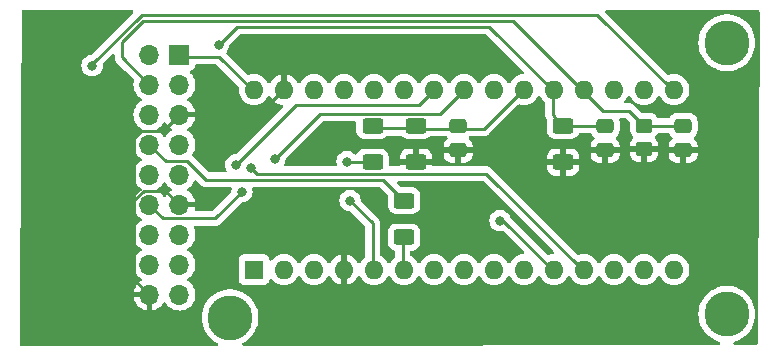
<source format=gbr>
%TF.GenerationSoftware,KiCad,Pcbnew,7.0.9*%
%TF.CreationDate,2023-12-31T16:38:03+01:00*%
%TF.ProjectId,ControlLineApp,436f6e74-726f-46c4-9c69-6e654170702e,1.0.1*%
%TF.SameCoordinates,Original*%
%TF.FileFunction,Copper,L2,Bot*%
%TF.FilePolarity,Positive*%
%FSLAX46Y46*%
G04 Gerber Fmt 4.6, Leading zero omitted, Abs format (unit mm)*
G04 Created by KiCad (PCBNEW 7.0.9) date 2023-12-31 16:38:03*
%MOMM*%
%LPD*%
G01*
G04 APERTURE LIST*
G04 Aperture macros list*
%AMRoundRect*
0 Rectangle with rounded corners*
0 $1 Rounding radius*
0 $2 $3 $4 $5 $6 $7 $8 $9 X,Y pos of 4 corners*
0 Add a 4 corners polygon primitive as box body*
4,1,4,$2,$3,$4,$5,$6,$7,$8,$9,$2,$3,0*
0 Add four circle primitives for the rounded corners*
1,1,$1+$1,$2,$3*
1,1,$1+$1,$4,$5*
1,1,$1+$1,$6,$7*
1,1,$1+$1,$8,$9*
0 Add four rect primitives between the rounded corners*
20,1,$1+$1,$2,$3,$4,$5,0*
20,1,$1+$1,$4,$5,$6,$7,0*
20,1,$1+$1,$6,$7,$8,$9,0*
20,1,$1+$1,$8,$9,$2,$3,0*%
G04 Aperture macros list end*
%TA.AperFunction,ComponentPad*%
%ADD10C,3.800000*%
%TD*%
%TA.AperFunction,ComponentPad*%
%ADD11R,1.600000X1.600000*%
%TD*%
%TA.AperFunction,ComponentPad*%
%ADD12O,1.600000X1.600000*%
%TD*%
%TA.AperFunction,ComponentPad*%
%ADD13R,1.700000X1.700000*%
%TD*%
%TA.AperFunction,ComponentPad*%
%ADD14O,1.700000X1.700000*%
%TD*%
%TA.AperFunction,SMDPad,CuDef*%
%ADD15RoundRect,0.250000X0.625000X-0.400000X0.625000X0.400000X-0.625000X0.400000X-0.625000X-0.400000X0*%
%TD*%
%TA.AperFunction,SMDPad,CuDef*%
%ADD16RoundRect,0.250000X0.450000X-0.350000X0.450000X0.350000X-0.450000X0.350000X-0.450000X-0.350000X0*%
%TD*%
%TA.AperFunction,SMDPad,CuDef*%
%ADD17RoundRect,0.250000X-0.475000X0.337500X-0.475000X-0.337500X0.475000X-0.337500X0.475000X0.337500X0*%
%TD*%
%TA.AperFunction,SMDPad,CuDef*%
%ADD18RoundRect,0.250000X-0.625000X0.400000X-0.625000X-0.400000X0.625000X-0.400000X0.625000X0.400000X0*%
%TD*%
%TA.AperFunction,ViaPad*%
%ADD19C,0.800000*%
%TD*%
%TA.AperFunction,Conductor*%
%ADD20C,0.250000*%
%TD*%
G04 APERTURE END LIST*
D10*
%TO.P, ,1*%
%TO.N,N/C*%
X165000000Y-89000000D03*
%TD*%
D11*
%TO.P,A2,1,TX1*%
%TO.N,unconnected-(A2-TX1-Pad1)*%
X124968000Y-108204000D03*
D12*
%TO.P,A2,2,RX1*%
%TO.N,unconnected-(A2-RX1-Pad2)*%
X127508000Y-108204000D03*
%TO.P,A2,3,~{RESET}*%
%TO.N,unconnected-(A2-~{RESET}-Pad3)*%
X130048000Y-108204000D03*
%TO.P,A2,4,GND*%
%TO.N,GNDREF*%
X132588000Y-108204000D03*
%TO.P,A2,5,D2*%
%TO.N,UserButton*%
X135128000Y-108204000D03*
%TO.P,A2,6,D3*%
%TO.N,Net-(A2-D3)*%
X137668000Y-108204000D03*
%TO.P,A2,7,D4*%
%TO.N,unconnected-(A2-D4-Pad7)*%
X140208000Y-108204000D03*
%TO.P,A2,8,D5*%
%TO.N,unconnected-(A2-D5-Pad8)*%
X142748000Y-108204000D03*
%TO.P,A2,9,D6*%
%TO.N,unconnected-(A2-D6-Pad9)*%
X145288000Y-108204000D03*
%TO.P,A2,10,D7*%
%TO.N,unconnected-(A2-D7-Pad10)*%
X147828000Y-108204000D03*
%TO.P,A2,11,D8*%
%TO.N,SS_SPI*%
X150368000Y-108204000D03*
%TO.P,A2,12,D9*%
%TO.N,ServoPulse*%
X152908000Y-108204000D03*
%TO.P,A2,13,D10*%
%TO.N,unconnected-(A2-D10-Pad13)*%
X155448000Y-108204000D03*
%TO.P,A2,14,MOSI*%
%TO.N,MOSI_SPI*%
X157988000Y-108204000D03*
%TO.P,A2,15,MISO*%
%TO.N,MISO_SPI*%
X160528000Y-108204000D03*
%TO.P,A2,16,SCK*%
%TO.N,SCK_SPI*%
X160528000Y-92964000D03*
%TO.P,A2,17,3V3*%
%TO.N,unconnected-(A2-3V3-Pad17)*%
X157988000Y-92964000D03*
%TO.P,A2,18,AREF*%
%TO.N,+5V*%
X155448000Y-92964000D03*
%TO.P,A2,19,A0*%
%TO.N,Poti10K*%
X152908000Y-92964000D03*
%TO.P,A2,20,A1*%
%TO.N,VPCell_1*%
X150368000Y-92964000D03*
%TO.P,A2,21,A2*%
%TO.N,Net-(A2-A2)*%
X147828000Y-92964000D03*
%TO.P,A2,22,A3*%
%TO.N,unconnected-(A2-A3-Pad22)*%
X145288000Y-92964000D03*
%TO.P,A2,23,SDA/A4*%
%TO.N,SDA*%
X142748000Y-92964000D03*
%TO.P,A2,24,SCL/A5*%
%TO.N,SCL*%
X140208000Y-92964000D03*
%TO.P,A2,25,A6*%
%TO.N,unconnected-(A2-A6-Pad25)*%
X137668000Y-92964000D03*
%TO.P,A2,26,A7*%
%TO.N,unconnected-(A2-A7-Pad26)*%
X135128000Y-92964000D03*
%TO.P,A2,27,+5V*%
%TO.N,+5V*%
X132588000Y-92964000D03*
%TO.P,A2,28,~{RESET}*%
%TO.N,unconnected-(A2-~{RESET}-Pad28)*%
X130048000Y-92964000D03*
%TO.P,A2,29,GND*%
%TO.N,GNDREF*%
X127508000Y-92964000D03*
%TO.P,A2,30,VIN*%
%TO.N,VDD*%
X124968000Y-92964000D03*
%TD*%
D13*
%TO.P,J2,1,Pin_1*%
%TO.N,VDD*%
X118655000Y-90000000D03*
D14*
%TO.P,J2,2,Pin_2*%
%TO.N,+5V*%
X116115000Y-90000000D03*
%TO.P,J2,3,Pin_3*%
%TO.N,VPCell_1*%
X118655000Y-92540000D03*
%TO.P,J2,4,Pin_4*%
%TO.N,Poti10K*%
X116115000Y-92540000D03*
%TO.P,J2,5,Pin_5*%
%TO.N,GNDREF*%
X118655000Y-95080000D03*
%TO.P,J2,6,Pin_6*%
%TO.N,UserButton*%
X116115000Y-95080000D03*
%TO.P,J2,7,Pin_7*%
%TO.N,ServoPulse*%
X118655000Y-97620000D03*
%TO.P,J2,8,Pin_8*%
%TO.N,LED_A*%
X116115000Y-97620000D03*
%TO.P,J2,9,Pin_9*%
%TO.N,VDD*%
X118655000Y-100160000D03*
%TO.P,J2,10,Pin_10*%
%TO.N,SCL*%
X116115000Y-100160000D03*
%TO.P,J2,11,Pin_11*%
%TO.N,GNDREF*%
X118655000Y-102700000D03*
%TO.P,J2,12,Pin_12*%
%TO.N,SDA*%
X116115000Y-102700000D03*
%TO.P,J2,13,Pin_13*%
%TO.N,SCK_SPI*%
X118655000Y-105240000D03*
%TO.P,J2,14,Pin_14*%
%TO.N,SS_SPI*%
X116115000Y-105240000D03*
%TO.P,J2,15,Pin_15*%
%TO.N,MISO_SPI*%
X118655000Y-107780000D03*
%TO.P,J2,16,Pin_16*%
%TO.N,+5V*%
X116115000Y-107780000D03*
%TO.P,J2,17,Pin_17*%
%TO.N,MOSI_SPI*%
X118655000Y-110320000D03*
%TO.P,J2,18,Pin_18*%
%TO.N,GNDREF*%
X116115000Y-110320000D03*
%TD*%
D10*
%TO.P, ,1*%
%TO.N,N/C*%
X122936000Y-112268000D03*
%TD*%
%TO.P, ,1*%
%TO.N,N/C*%
X165000000Y-112000000D03*
%TD*%
D15*
%TO.P,R4,1*%
%TO.N,VDD*%
X135001000Y-99112000D03*
%TO.P,R4,2*%
%TO.N,Net-(A2-A2)*%
X135001000Y-96012000D03*
%TD*%
D16*
%TO.P,R3,1*%
%TO.N,GNDREF*%
X157988000Y-98012000D03*
%TO.P,R3,2*%
%TO.N,Poti10K*%
X157988000Y-96012000D03*
%TD*%
D17*
%TO.P,C1,1*%
%TO.N,Net-(A2-A2)*%
X142240000Y-96012000D03*
%TO.P,C1,2*%
%TO.N,GNDREF*%
X142240000Y-98087000D03*
%TD*%
%TO.P,C3,1*%
%TO.N,Poti10K*%
X161290000Y-96012000D03*
%TO.P,C3,2*%
%TO.N,GNDREF*%
X161290000Y-98087000D03*
%TD*%
D15*
%TO.P,R2,1*%
%TO.N,GNDREF*%
X151130000Y-99112000D03*
%TO.P,R2,2*%
%TO.N,VPCell_1*%
X151130000Y-96012000D03*
%TD*%
%TO.P,R1,1*%
%TO.N,GNDREF*%
X138684000Y-99112000D03*
%TO.P,R1,2*%
%TO.N,Net-(A2-A2)*%
X138684000Y-96012000D03*
%TD*%
D18*
%TO.P,R5,1*%
%TO.N,LED_A*%
X137668000Y-102362000D03*
%TO.P,R5,2*%
%TO.N,Net-(A2-D3)*%
X137668000Y-105462000D03*
%TD*%
D17*
%TO.P,C2,1*%
%TO.N,VPCell_1*%
X154686000Y-96012000D03*
%TO.P,C2,2*%
%TO.N,GNDREF*%
X154686000Y-98087000D03*
%TD*%
D19*
%TO.N,VPCell_1*%
X121965500Y-89199500D03*
%TO.N,VDD*%
X132842000Y-99060000D03*
%TO.N,UserButton*%
X133096000Y-102362000D03*
%TO.N,SS_SPI*%
X145796000Y-104065000D03*
%TO.N,ServoPulse*%
X124695250Y-99586750D03*
%TO.N,SDA*%
X126746000Y-98806000D03*
X123952000Y-101600000D03*
%TO.N,SCL*%
X123420950Y-99337050D03*
%TO.N,SCK_SPI*%
X111256299Y-90936299D03*
%TD*%
D20*
%TO.N,GNDREF*%
X118655000Y-95080000D02*
X117290000Y-96445000D01*
X117480000Y-101525000D02*
X115628299Y-101525000D01*
X115391000Y-96445000D02*
X114808000Y-97028000D01*
X115628299Y-101525000D02*
X114808000Y-102345299D01*
X114808000Y-102362000D02*
X114808000Y-109013000D01*
X118625000Y-95080000D02*
X125300000Y-95080000D01*
X114808000Y-102345299D02*
X114808000Y-102362000D01*
X118655000Y-102700000D02*
X117480000Y-101525000D01*
X114808000Y-109013000D02*
X116115000Y-110320000D01*
X125300000Y-95080000D02*
X127380000Y-93000000D01*
X117290000Y-96445000D02*
X115391000Y-96445000D01*
X114808000Y-97028000D02*
X114808000Y-102362000D01*
%TO.N,Net-(A2-A2)*%
X142240000Y-96266000D02*
X138710000Y-96266000D01*
X138710000Y-96266000D02*
X138684000Y-96240000D01*
X135027000Y-96240000D02*
X135001000Y-96266000D01*
X147828000Y-92872000D02*
X147700000Y-93000000D01*
X138684000Y-96240000D02*
X135027000Y-96240000D01*
X147700000Y-93000000D02*
X144434000Y-96266000D01*
X144434000Y-96266000D02*
X142240000Y-96266000D01*
%TO.N,VPCell_1*%
X144870000Y-87630000D02*
X150240000Y-93000000D01*
X121965500Y-89199500D02*
X123535000Y-87630000D01*
X123535000Y-87630000D02*
X144870000Y-87630000D01*
X150240000Y-95122000D02*
X151130000Y-96012000D01*
X151130000Y-96012000D02*
X154686000Y-96012000D01*
X150240000Y-93000000D02*
X150240000Y-95122000D01*
%TO.N,VDD*%
X132894000Y-99112000D02*
X132842000Y-99060000D01*
X135001000Y-99112000D02*
X132894000Y-99112000D01*
X124840000Y-93000000D02*
X122010000Y-90170000D01*
X122010000Y-90170000D02*
X118795000Y-90170000D01*
X118795000Y-90170000D02*
X118625000Y-90000000D01*
%TO.N,LED_A*%
X120904000Y-100584000D02*
X119305000Y-98985000D01*
X117480000Y-98985000D02*
X116115000Y-97620000D01*
X119305000Y-98985000D02*
X117480000Y-98985000D01*
X135890000Y-100584000D02*
X120904000Y-100584000D01*
X137668000Y-102362000D02*
X135890000Y-100584000D01*
%TO.N,Net-(A2-D3)*%
X137540000Y-108240000D02*
X137540000Y-105590000D01*
X137540000Y-105590000D02*
X137668000Y-105462000D01*
%TO.N,Poti10K*%
X115570000Y-87122000D02*
X113792000Y-88900000D01*
X154522000Y-94742000D02*
X146902000Y-87122000D01*
X113792000Y-90247000D02*
X116085000Y-92540000D01*
X157988000Y-96012000D02*
X156718000Y-94742000D01*
X156718000Y-94742000D02*
X154522000Y-94742000D01*
X157988000Y-96012000D02*
X161290000Y-96012000D01*
X113792000Y-88900000D02*
X113792000Y-90247000D01*
X146902000Y-87122000D02*
X115570000Y-87122000D01*
%TO.N,UserButton*%
X133096000Y-102362000D02*
X135000000Y-104266000D01*
X135000000Y-104266000D02*
X135000000Y-108240000D01*
%TO.N,SS_SPI*%
X146065000Y-104065000D02*
X150240000Y-108240000D01*
X145796000Y-104065000D02*
X146065000Y-104065000D01*
%TO.N,ServoPulse*%
X124695250Y-99586750D02*
X124732750Y-99586750D01*
X144627000Y-100087000D02*
X152780000Y-108240000D01*
X124732750Y-99586750D02*
X125233000Y-100087000D01*
X125233000Y-100087000D02*
X144627000Y-100087000D01*
%TO.N,SDA*%
X142748000Y-92964000D02*
X140675000Y-95037000D01*
X130515000Y-95037000D02*
X126746000Y-98806000D01*
X140675000Y-95037000D02*
X130515000Y-95037000D01*
X117290000Y-103875000D02*
X116115000Y-102700000D01*
X121677000Y-103875000D02*
X117290000Y-103875000D01*
X123952000Y-101600000D02*
X121677000Y-103875000D01*
%TO.N,SCL*%
X140208000Y-92964000D02*
X138938000Y-94234000D01*
X128524000Y-94234000D02*
X123420950Y-99337050D01*
X138938000Y-94234000D02*
X128524000Y-94234000D01*
%TO.N,SCK_SPI*%
X111256299Y-90799305D02*
X111256299Y-90936299D01*
X160400000Y-93000000D02*
X154014000Y-86614000D01*
X115441604Y-86614000D02*
X111256299Y-90799305D01*
X154014000Y-86614000D02*
X115441604Y-86614000D01*
%TD*%
%TA.AperFunction,Conductor*%
%TO.N,GNDREF*%
G36*
X114705690Y-86252685D02*
G01*
X114751445Y-86305489D01*
X114761389Y-86374647D01*
X114732364Y-86438203D01*
X114726332Y-86444681D01*
X111154049Y-90016962D01*
X111092726Y-90050447D01*
X111092150Y-90050571D01*
X110976495Y-90075155D01*
X110976491Y-90075156D01*
X110803569Y-90152147D01*
X110803564Y-90152150D01*
X110650428Y-90263410D01*
X110523765Y-90404084D01*
X110429120Y-90568014D01*
X110429117Y-90568021D01*
X110382264Y-90712221D01*
X110370625Y-90748043D01*
X110350839Y-90936299D01*
X110370625Y-91124555D01*
X110370626Y-91124558D01*
X110429117Y-91304576D01*
X110429120Y-91304583D01*
X110523766Y-91468515D01*
X110594140Y-91546673D01*
X110650428Y-91609187D01*
X110803564Y-91720447D01*
X110803569Y-91720450D01*
X110976491Y-91797441D01*
X110976496Y-91797443D01*
X111161653Y-91836799D01*
X111161654Y-91836799D01*
X111350943Y-91836799D01*
X111350945Y-91836799D01*
X111536102Y-91797443D01*
X111709029Y-91720450D01*
X111862170Y-91609187D01*
X111988832Y-91468515D01*
X112083478Y-91304583D01*
X112141973Y-91124555D01*
X112161759Y-90936299D01*
X112152927Y-90852267D01*
X112165497Y-90783538D01*
X112188567Y-90751626D01*
X112653850Y-90286343D01*
X112954820Y-89985373D01*
X113016142Y-89951889D01*
X113085834Y-89956873D01*
X113141767Y-89998745D01*
X113166184Y-90064209D01*
X113166500Y-90073055D01*
X113166500Y-90164255D01*
X113164775Y-90179872D01*
X113165061Y-90179899D01*
X113164326Y-90187665D01*
X113166500Y-90256814D01*
X113166500Y-90286343D01*
X113166501Y-90286360D01*
X113167368Y-90293231D01*
X113167826Y-90299050D01*
X113169290Y-90345624D01*
X113169291Y-90345627D01*
X113174880Y-90364867D01*
X113178824Y-90383911D01*
X113181336Y-90403792D01*
X113181452Y-90404084D01*
X113198490Y-90447119D01*
X113200382Y-90452647D01*
X113213381Y-90497388D01*
X113223580Y-90514634D01*
X113232138Y-90532103D01*
X113239514Y-90550732D01*
X113266898Y-90588423D01*
X113270106Y-90593307D01*
X113293827Y-90633416D01*
X113293833Y-90633424D01*
X113307990Y-90647580D01*
X113320628Y-90662376D01*
X113332405Y-90678586D01*
X113332406Y-90678587D01*
X113368309Y-90708288D01*
X113372620Y-90712210D01*
X114076069Y-91415659D01*
X114768422Y-92108012D01*
X114801907Y-92169335D01*
X114800516Y-92227785D01*
X114779939Y-92304583D01*
X114779936Y-92304596D01*
X114759341Y-92539999D01*
X114759341Y-92540000D01*
X114779936Y-92775403D01*
X114779938Y-92775413D01*
X114841094Y-93003655D01*
X114841096Y-93003659D01*
X114841097Y-93003663D01*
X114881357Y-93090000D01*
X114940965Y-93217830D01*
X114940967Y-93217834D01*
X115018246Y-93328199D01*
X115076501Y-93411396D01*
X115076506Y-93411402D01*
X115243597Y-93578493D01*
X115243603Y-93578498D01*
X115429158Y-93708425D01*
X115472783Y-93763002D01*
X115479977Y-93832500D01*
X115448454Y-93894855D01*
X115429158Y-93911575D01*
X115243597Y-94041505D01*
X115076505Y-94208597D01*
X114940965Y-94402169D01*
X114940964Y-94402171D01*
X114841098Y-94616335D01*
X114841094Y-94616344D01*
X114779938Y-94844586D01*
X114779936Y-94844596D01*
X114759341Y-95079999D01*
X114759341Y-95080000D01*
X114779936Y-95315403D01*
X114779938Y-95315413D01*
X114841094Y-95543655D01*
X114841096Y-95543659D01*
X114841097Y-95543663D01*
X114923835Y-95721094D01*
X114940965Y-95757830D01*
X114940967Y-95757834D01*
X115049281Y-95912521D01*
X115076501Y-95951396D01*
X115076506Y-95951402D01*
X115243597Y-96118493D01*
X115243603Y-96118498D01*
X115429158Y-96248425D01*
X115472783Y-96303002D01*
X115479977Y-96372500D01*
X115448454Y-96434855D01*
X115429158Y-96451575D01*
X115243597Y-96581505D01*
X115076505Y-96748597D01*
X114940965Y-96942169D01*
X114940964Y-96942171D01*
X114867352Y-97100034D01*
X114841569Y-97155326D01*
X114841098Y-97156335D01*
X114841094Y-97156344D01*
X114779938Y-97384586D01*
X114779936Y-97384596D01*
X114759341Y-97619999D01*
X114759341Y-97620000D01*
X114779936Y-97855403D01*
X114779938Y-97855413D01*
X114841094Y-98083655D01*
X114841096Y-98083659D01*
X114841097Y-98083663D01*
X114894812Y-98198855D01*
X114940965Y-98297830D01*
X114940967Y-98297834D01*
X115076501Y-98491395D01*
X115076506Y-98491402D01*
X115243597Y-98658493D01*
X115243603Y-98658498D01*
X115429158Y-98788425D01*
X115472783Y-98843002D01*
X115479977Y-98912500D01*
X115448454Y-98974855D01*
X115429158Y-98991575D01*
X115243597Y-99121505D01*
X115076505Y-99288597D01*
X114940965Y-99482169D01*
X114940964Y-99482171D01*
X114841098Y-99696335D01*
X114841094Y-99696344D01*
X114779938Y-99924586D01*
X114779936Y-99924596D01*
X114759341Y-100159999D01*
X114759341Y-100160000D01*
X114779936Y-100395403D01*
X114779938Y-100395413D01*
X114841094Y-100623655D01*
X114841096Y-100623659D01*
X114841097Y-100623663D01*
X114920138Y-100793166D01*
X114940965Y-100837830D01*
X114940967Y-100837834D01*
X115031963Y-100967788D01*
X115076501Y-101031396D01*
X115076506Y-101031402D01*
X115243597Y-101198493D01*
X115243603Y-101198498D01*
X115429158Y-101328425D01*
X115472783Y-101383002D01*
X115479977Y-101452500D01*
X115448454Y-101514855D01*
X115429158Y-101531575D01*
X115243597Y-101661505D01*
X115076505Y-101828597D01*
X114940965Y-102022169D01*
X114940964Y-102022171D01*
X114841098Y-102236335D01*
X114841094Y-102236344D01*
X114779938Y-102464586D01*
X114779936Y-102464596D01*
X114759341Y-102699999D01*
X114759341Y-102700000D01*
X114779936Y-102935403D01*
X114779938Y-102935413D01*
X114841094Y-103163655D01*
X114841096Y-103163659D01*
X114841097Y-103163663D01*
X114930184Y-103354710D01*
X114940965Y-103377830D01*
X114940967Y-103377834D01*
X115076501Y-103571395D01*
X115076506Y-103571402D01*
X115243597Y-103738493D01*
X115243603Y-103738498D01*
X115429158Y-103868425D01*
X115472783Y-103923002D01*
X115479977Y-103992500D01*
X115448454Y-104054855D01*
X115429158Y-104071575D01*
X115243597Y-104201505D01*
X115076505Y-104368597D01*
X114940965Y-104562169D01*
X114940964Y-104562171D01*
X114841098Y-104776335D01*
X114841094Y-104776344D01*
X114779938Y-105004586D01*
X114779936Y-105004596D01*
X114759341Y-105239999D01*
X114759341Y-105240000D01*
X114779936Y-105475403D01*
X114779938Y-105475413D01*
X114841094Y-105703655D01*
X114841096Y-105703659D01*
X114841097Y-105703663D01*
X114845000Y-105712032D01*
X114940965Y-105917830D01*
X114940967Y-105917834D01*
X115008861Y-106014796D01*
X115076501Y-106111396D01*
X115076506Y-106111402D01*
X115243597Y-106278493D01*
X115243603Y-106278498D01*
X115429158Y-106408425D01*
X115472783Y-106463002D01*
X115479977Y-106532500D01*
X115448454Y-106594855D01*
X115429158Y-106611575D01*
X115243597Y-106741505D01*
X115076505Y-106908597D01*
X114940965Y-107102169D01*
X114940964Y-107102171D01*
X114841098Y-107316335D01*
X114841094Y-107316344D01*
X114779938Y-107544586D01*
X114779936Y-107544596D01*
X114759341Y-107779999D01*
X114759341Y-107780000D01*
X114779936Y-108015403D01*
X114779938Y-108015413D01*
X114841094Y-108243655D01*
X114841096Y-108243659D01*
X114841097Y-108243663D01*
X114920454Y-108413844D01*
X114940965Y-108457830D01*
X114940967Y-108457834D01*
X115042523Y-108602870D01*
X115076501Y-108651396D01*
X115076506Y-108651402D01*
X115243597Y-108818493D01*
X115243603Y-108818498D01*
X115429594Y-108948730D01*
X115473219Y-109003307D01*
X115480413Y-109072805D01*
X115448890Y-109135160D01*
X115429595Y-109151880D01*
X115243922Y-109281890D01*
X115243920Y-109281891D01*
X115076891Y-109448920D01*
X115076886Y-109448926D01*
X114941400Y-109642420D01*
X114941399Y-109642422D01*
X114841570Y-109856507D01*
X114841567Y-109856513D01*
X114784364Y-110069999D01*
X114784364Y-110070000D01*
X115681314Y-110070000D01*
X115655507Y-110110156D01*
X115615000Y-110248111D01*
X115615000Y-110391889D01*
X115655507Y-110529844D01*
X115681314Y-110570000D01*
X114784364Y-110570000D01*
X114841567Y-110783486D01*
X114841570Y-110783492D01*
X114941399Y-110997578D01*
X115076894Y-111191082D01*
X115243917Y-111358105D01*
X115437421Y-111493600D01*
X115651507Y-111593429D01*
X115651516Y-111593433D01*
X115865000Y-111650634D01*
X115865000Y-110755501D01*
X115972685Y-110804680D01*
X116079237Y-110820000D01*
X116150763Y-110820000D01*
X116257315Y-110804680D01*
X116365000Y-110755501D01*
X116365000Y-111650633D01*
X116578483Y-111593433D01*
X116578492Y-111593429D01*
X116792578Y-111493600D01*
X116986082Y-111358105D01*
X117153105Y-111191082D01*
X117283119Y-111005405D01*
X117337696Y-110961781D01*
X117407195Y-110954588D01*
X117469549Y-110986110D01*
X117486269Y-111005405D01*
X117616505Y-111191401D01*
X117783599Y-111358495D01*
X117817972Y-111382563D01*
X117977165Y-111494032D01*
X117977167Y-111494033D01*
X117977170Y-111494035D01*
X118191337Y-111593903D01*
X118419592Y-111655063D01*
X118588433Y-111669835D01*
X118654999Y-111675659D01*
X118655000Y-111675659D01*
X118655001Y-111675659D01*
X118694234Y-111672226D01*
X118890408Y-111655063D01*
X119118663Y-111593903D01*
X119332830Y-111494035D01*
X119526401Y-111358495D01*
X119693495Y-111191401D01*
X119829035Y-110997830D01*
X119928903Y-110783663D01*
X119990063Y-110555408D01*
X120010659Y-110320000D01*
X119990063Y-110084592D01*
X119928903Y-109856337D01*
X119829035Y-109642171D01*
X119825665Y-109637357D01*
X119693494Y-109448597D01*
X119526402Y-109281506D01*
X119526396Y-109281501D01*
X119340842Y-109151575D01*
X119297217Y-109096998D01*
X119290023Y-109027500D01*
X119321546Y-108965145D01*
X119340842Y-108948425D01*
X119471790Y-108856734D01*
X119526401Y-108818495D01*
X119693495Y-108651401D01*
X119829035Y-108457830D01*
X119928903Y-108243663D01*
X119990063Y-108015408D01*
X120010659Y-107780000D01*
X119990063Y-107544592D01*
X119928903Y-107316337D01*
X119829035Y-107102171D01*
X119823425Y-107094158D01*
X119693494Y-106908597D01*
X119526402Y-106741506D01*
X119526396Y-106741501D01*
X119340842Y-106611575D01*
X119297217Y-106556998D01*
X119290023Y-106487500D01*
X119321546Y-106425145D01*
X119340842Y-106408425D01*
X119451907Y-106330656D01*
X119526401Y-106278495D01*
X119693495Y-106111401D01*
X119829035Y-105917830D01*
X119928903Y-105703663D01*
X119990063Y-105475408D01*
X120010659Y-105240000D01*
X119990063Y-105004592D01*
X119928903Y-104776337D01*
X119882537Y-104676905D01*
X119872045Y-104607827D01*
X119900565Y-104544043D01*
X119959041Y-104505804D01*
X119994919Y-104500500D01*
X121594257Y-104500500D01*
X121609877Y-104502224D01*
X121609904Y-104501939D01*
X121617660Y-104502671D01*
X121617667Y-104502673D01*
X121686814Y-104500500D01*
X121716350Y-104500500D01*
X121723228Y-104499630D01*
X121729041Y-104499172D01*
X121775627Y-104497709D01*
X121794869Y-104492117D01*
X121813912Y-104488174D01*
X121833792Y-104485664D01*
X121877122Y-104468507D01*
X121882646Y-104466617D01*
X121886396Y-104465527D01*
X121927390Y-104453618D01*
X121944629Y-104443422D01*
X121962103Y-104434862D01*
X121980727Y-104427488D01*
X121980727Y-104427487D01*
X121980732Y-104427486D01*
X122018449Y-104400082D01*
X122023305Y-104396892D01*
X122063420Y-104373170D01*
X122077589Y-104358999D01*
X122092379Y-104346368D01*
X122108587Y-104334594D01*
X122138299Y-104298676D01*
X122142212Y-104294376D01*
X123899772Y-102536819D01*
X123961095Y-102503334D01*
X123987453Y-102500500D01*
X124046644Y-102500500D01*
X124046646Y-102500500D01*
X124231803Y-102461144D01*
X124404730Y-102384151D01*
X124557871Y-102272888D01*
X124684533Y-102132216D01*
X124779179Y-101968284D01*
X124837674Y-101788256D01*
X124857460Y-101600000D01*
X124837674Y-101411744D01*
X124824700Y-101371817D01*
X124822706Y-101301978D01*
X124858786Y-101242145D01*
X124921487Y-101211316D01*
X124942632Y-101209500D01*
X135579548Y-101209500D01*
X135646587Y-101229185D01*
X135667229Y-101245819D01*
X136256181Y-101834771D01*
X136289666Y-101896094D01*
X136292500Y-101922452D01*
X136292500Y-102812001D01*
X136292501Y-102812019D01*
X136303000Y-102914796D01*
X136303001Y-102914799D01*
X136309832Y-102935413D01*
X136358186Y-103081334D01*
X136450288Y-103230656D01*
X136574344Y-103354712D01*
X136723666Y-103446814D01*
X136890203Y-103501999D01*
X136992991Y-103512500D01*
X138343008Y-103512499D01*
X138445797Y-103501999D01*
X138612334Y-103446814D01*
X138761656Y-103354712D01*
X138885712Y-103230656D01*
X138977814Y-103081334D01*
X139032999Y-102914797D01*
X139043500Y-102812009D01*
X139043499Y-101911992D01*
X139035101Y-101829785D01*
X139032999Y-101809203D01*
X139032998Y-101809200D01*
X139026058Y-101788256D01*
X138977814Y-101642666D01*
X138885712Y-101493344D01*
X138761656Y-101369288D01*
X138668888Y-101312069D01*
X138612336Y-101277187D01*
X138612331Y-101277185D01*
X138610862Y-101276698D01*
X138445797Y-101222001D01*
X138445795Y-101222000D01*
X138343016Y-101211500D01*
X138343009Y-101211500D01*
X137453453Y-101211500D01*
X137386414Y-101191815D01*
X137365772Y-101175181D01*
X137114772Y-100924181D01*
X137081287Y-100862858D01*
X137086271Y-100793166D01*
X137128143Y-100737233D01*
X137193607Y-100712816D01*
X137202453Y-100712500D01*
X144316548Y-100712500D01*
X144383587Y-100732185D01*
X144404229Y-100748819D01*
X150350949Y-106695540D01*
X150384434Y-106756863D01*
X150379450Y-106826555D01*
X150337578Y-106882488D01*
X150274076Y-106906749D01*
X150141312Y-106918364D01*
X150141302Y-106918366D01*
X149943608Y-106971338D01*
X149873758Y-106969675D01*
X149823834Y-106939244D01*
X146664382Y-103779791D01*
X146634133Y-103730429D01*
X146623179Y-103696716D01*
X146528533Y-103532784D01*
X146401871Y-103392112D01*
X146382219Y-103377834D01*
X146248734Y-103280851D01*
X146248729Y-103280848D01*
X146075807Y-103203857D01*
X146075802Y-103203855D01*
X145930001Y-103172865D01*
X145890646Y-103164500D01*
X145701354Y-103164500D01*
X145668897Y-103171398D01*
X145516197Y-103203855D01*
X145516192Y-103203857D01*
X145343270Y-103280848D01*
X145343265Y-103280851D01*
X145190129Y-103392111D01*
X145063466Y-103532785D01*
X144968821Y-103696715D01*
X144968818Y-103696722D01*
X144916249Y-103858515D01*
X144910326Y-103876744D01*
X144890540Y-104065000D01*
X144910326Y-104253256D01*
X144910327Y-104253259D01*
X144968818Y-104433277D01*
X144968821Y-104433284D01*
X145063467Y-104597216D01*
X145135220Y-104676905D01*
X145190129Y-104737888D01*
X145343265Y-104849148D01*
X145343270Y-104849151D01*
X145516192Y-104926142D01*
X145516197Y-104926144D01*
X145701354Y-104965500D01*
X145701355Y-104965500D01*
X145890645Y-104965500D01*
X145890646Y-104965500D01*
X145981702Y-104946145D01*
X146051369Y-104951461D01*
X146095164Y-104979754D01*
X147810950Y-106695540D01*
X147844435Y-106756863D01*
X147839451Y-106826555D01*
X147797579Y-106882488D01*
X147734077Y-106906749D01*
X147601312Y-106918364D01*
X147601302Y-106918366D01*
X147381511Y-106977258D01*
X147381502Y-106977261D01*
X147175267Y-107073431D01*
X147175265Y-107073432D01*
X146988858Y-107203954D01*
X146827954Y-107364858D01*
X146697432Y-107551265D01*
X146697431Y-107551267D01*
X146670382Y-107609275D01*
X146624209Y-107661714D01*
X146557016Y-107680866D01*
X146490135Y-107660650D01*
X146445618Y-107609275D01*
X146418686Y-107551520D01*
X146418568Y-107551266D01*
X146288047Y-107364861D01*
X146288045Y-107364858D01*
X146127141Y-107203954D01*
X145940734Y-107073432D01*
X145940732Y-107073431D01*
X145734497Y-106977261D01*
X145734488Y-106977258D01*
X145514697Y-106918366D01*
X145514693Y-106918365D01*
X145514692Y-106918365D01*
X145514691Y-106918364D01*
X145514686Y-106918364D01*
X145288002Y-106898532D01*
X145287998Y-106898532D01*
X145061313Y-106918364D01*
X145061302Y-106918366D01*
X144841511Y-106977258D01*
X144841502Y-106977261D01*
X144635267Y-107073431D01*
X144635265Y-107073432D01*
X144448858Y-107203954D01*
X144287954Y-107364858D01*
X144157432Y-107551265D01*
X144157431Y-107551267D01*
X144130382Y-107609275D01*
X144084209Y-107661714D01*
X144017016Y-107680866D01*
X143950135Y-107660650D01*
X143905618Y-107609275D01*
X143878686Y-107551520D01*
X143878568Y-107551266D01*
X143748047Y-107364861D01*
X143748045Y-107364858D01*
X143587141Y-107203954D01*
X143400734Y-107073432D01*
X143400732Y-107073431D01*
X143194497Y-106977261D01*
X143194488Y-106977258D01*
X142974697Y-106918366D01*
X142974693Y-106918365D01*
X142974692Y-106918365D01*
X142974691Y-106918364D01*
X142974686Y-106918364D01*
X142748002Y-106898532D01*
X142747998Y-106898532D01*
X142521313Y-106918364D01*
X142521302Y-106918366D01*
X142301511Y-106977258D01*
X142301502Y-106977261D01*
X142095267Y-107073431D01*
X142095265Y-107073432D01*
X141908858Y-107203954D01*
X141747954Y-107364858D01*
X141617432Y-107551265D01*
X141617431Y-107551267D01*
X141590382Y-107609275D01*
X141544209Y-107661714D01*
X141477016Y-107680866D01*
X141410135Y-107660650D01*
X141365618Y-107609275D01*
X141338686Y-107551520D01*
X141338568Y-107551266D01*
X141208047Y-107364861D01*
X141208045Y-107364858D01*
X141047141Y-107203954D01*
X140860734Y-107073432D01*
X140860732Y-107073431D01*
X140654497Y-106977261D01*
X140654488Y-106977258D01*
X140434697Y-106918366D01*
X140434693Y-106918365D01*
X140434692Y-106918365D01*
X140434691Y-106918364D01*
X140434686Y-106918364D01*
X140208002Y-106898532D01*
X140207998Y-106898532D01*
X139981313Y-106918364D01*
X139981302Y-106918366D01*
X139761511Y-106977258D01*
X139761502Y-106977261D01*
X139555267Y-107073431D01*
X139555265Y-107073432D01*
X139368858Y-107203954D01*
X139207954Y-107364858D01*
X139077432Y-107551265D01*
X139077431Y-107551267D01*
X139050382Y-107609275D01*
X139004209Y-107661714D01*
X138937016Y-107680866D01*
X138870135Y-107660650D01*
X138825618Y-107609275D01*
X138798686Y-107551520D01*
X138798568Y-107551266D01*
X138668047Y-107364861D01*
X138668045Y-107364858D01*
X138507141Y-107203954D01*
X138320733Y-107073431D01*
X138237094Y-107034429D01*
X138184655Y-106988256D01*
X138165500Y-106922047D01*
X138165500Y-106736499D01*
X138185185Y-106669460D01*
X138237989Y-106623705D01*
X138289500Y-106612499D01*
X138343002Y-106612499D01*
X138343008Y-106612499D01*
X138352054Y-106611575D01*
X138406972Y-106605965D01*
X138445797Y-106601999D01*
X138612334Y-106546814D01*
X138761656Y-106454712D01*
X138885712Y-106330656D01*
X138977814Y-106181334D01*
X139032999Y-106014797D01*
X139043500Y-105912009D01*
X139043499Y-105011992D01*
X139042743Y-105004596D01*
X139032999Y-104909203D01*
X139032998Y-104909200D01*
X138977814Y-104742666D01*
X138885712Y-104593344D01*
X138761656Y-104469288D01*
X138668888Y-104412069D01*
X138612336Y-104377187D01*
X138612331Y-104377185D01*
X138610862Y-104376698D01*
X138445797Y-104322001D01*
X138445795Y-104322000D01*
X138343010Y-104311500D01*
X136992998Y-104311500D01*
X136992981Y-104311501D01*
X136890203Y-104322000D01*
X136890200Y-104322001D01*
X136723668Y-104377185D01*
X136723663Y-104377187D01*
X136574342Y-104469289D01*
X136450289Y-104593342D01*
X136358187Y-104742663D01*
X136358185Y-104742668D01*
X136347026Y-104776344D01*
X136303001Y-104909203D01*
X136303001Y-104909204D01*
X136303000Y-104909204D01*
X136292500Y-105011983D01*
X136292500Y-105912001D01*
X136292501Y-105912019D01*
X136303000Y-106014796D01*
X136303001Y-106014799D01*
X136335010Y-106111395D01*
X136358186Y-106181334D01*
X136450288Y-106330656D01*
X136574344Y-106454712D01*
X136723666Y-106546814D01*
X136829504Y-106581885D01*
X136886949Y-106621658D01*
X136913772Y-106686174D01*
X136914500Y-106699591D01*
X136914500Y-107079437D01*
X136894815Y-107146476D01*
X136861624Y-107181011D01*
X136828868Y-107203946D01*
X136828865Y-107203949D01*
X136667951Y-107364862D01*
X136537432Y-107551265D01*
X136537431Y-107551267D01*
X136510382Y-107609275D01*
X136464209Y-107661714D01*
X136397016Y-107680866D01*
X136330135Y-107660650D01*
X136285618Y-107609275D01*
X136258686Y-107551520D01*
X136258568Y-107551266D01*
X136128047Y-107364861D01*
X136128045Y-107364858D01*
X135967141Y-107203954D01*
X135780733Y-107073431D01*
X135697094Y-107034429D01*
X135644655Y-106988256D01*
X135625500Y-106922047D01*
X135625500Y-104348742D01*
X135627224Y-104333122D01*
X135626939Y-104333095D01*
X135627673Y-104325333D01*
X135625500Y-104256172D01*
X135625500Y-104226656D01*
X135625500Y-104226650D01*
X135624631Y-104219779D01*
X135624173Y-104213952D01*
X135623782Y-104201505D01*
X135622710Y-104167373D01*
X135617119Y-104148130D01*
X135613173Y-104129078D01*
X135610664Y-104109208D01*
X135593504Y-104065867D01*
X135591624Y-104060379D01*
X135578618Y-104015610D01*
X135568422Y-103998370D01*
X135559861Y-103980894D01*
X135552487Y-103962270D01*
X135552486Y-103962268D01*
X135525079Y-103924545D01*
X135521888Y-103919686D01*
X135498172Y-103879583D01*
X135498165Y-103879574D01*
X135484006Y-103865415D01*
X135471368Y-103850619D01*
X135459594Y-103834413D01*
X135423688Y-103804709D01*
X135419376Y-103800786D01*
X134034960Y-102416369D01*
X134001475Y-102355046D01*
X133999323Y-102341668D01*
X133981674Y-102173744D01*
X133923179Y-101993716D01*
X133828533Y-101829784D01*
X133701871Y-101689112D01*
X133701870Y-101689111D01*
X133548734Y-101577851D01*
X133548729Y-101577848D01*
X133375807Y-101500857D01*
X133375802Y-101500855D01*
X133230001Y-101469865D01*
X133190646Y-101461500D01*
X133001354Y-101461500D01*
X132968897Y-101468398D01*
X132816197Y-101500855D01*
X132816192Y-101500857D01*
X132643270Y-101577848D01*
X132643265Y-101577851D01*
X132490129Y-101689111D01*
X132363466Y-101829785D01*
X132268821Y-101993715D01*
X132268818Y-101993722D01*
X132245525Y-102065412D01*
X132210326Y-102173744D01*
X132190540Y-102362000D01*
X132210326Y-102550256D01*
X132210327Y-102550259D01*
X132268818Y-102730277D01*
X132268821Y-102730284D01*
X132363467Y-102894216D01*
X132486446Y-103030798D01*
X132490129Y-103034888D01*
X132643265Y-103146148D01*
X132643270Y-103146151D01*
X132816192Y-103223142D01*
X132816197Y-103223144D01*
X133001354Y-103262500D01*
X133060548Y-103262500D01*
X133127587Y-103282185D01*
X133148229Y-103298819D01*
X134338181Y-104488771D01*
X134371666Y-104550094D01*
X134374500Y-104576452D01*
X134374500Y-107079437D01*
X134354815Y-107146476D01*
X134321624Y-107181011D01*
X134288868Y-107203946D01*
X134288865Y-107203949D01*
X134127951Y-107364862D01*
X134002109Y-107544586D01*
X133997432Y-107551266D01*
X133997315Y-107551518D01*
X133970106Y-107609867D01*
X133923933Y-107662306D01*
X133856739Y-107681457D01*
X133789858Y-107661241D01*
X133745342Y-107609865D01*
X133718135Y-107551520D01*
X133718134Y-107551518D01*
X133587657Y-107365179D01*
X133426820Y-107204342D01*
X133240482Y-107073865D01*
X133034328Y-106977734D01*
X132838000Y-106925127D01*
X132838000Y-107768498D01*
X132730315Y-107719320D01*
X132623763Y-107704000D01*
X132552237Y-107704000D01*
X132445685Y-107719320D01*
X132338000Y-107768498D01*
X132338000Y-106925127D01*
X132141671Y-106977734D01*
X131935517Y-107073865D01*
X131749179Y-107204342D01*
X131588342Y-107365179D01*
X131457867Y-107551515D01*
X131430657Y-107609867D01*
X131384484Y-107662306D01*
X131317290Y-107681457D01*
X131250409Y-107661241D01*
X131205893Y-107609865D01*
X131178685Y-107551518D01*
X131178568Y-107551266D01*
X131048047Y-107364861D01*
X131048045Y-107364858D01*
X130887141Y-107203954D01*
X130700734Y-107073432D01*
X130700732Y-107073431D01*
X130494497Y-106977261D01*
X130494488Y-106977258D01*
X130274697Y-106918366D01*
X130274693Y-106918365D01*
X130274692Y-106918365D01*
X130274691Y-106918364D01*
X130274686Y-106918364D01*
X130048002Y-106898532D01*
X130047998Y-106898532D01*
X129821313Y-106918364D01*
X129821302Y-106918366D01*
X129601511Y-106977258D01*
X129601502Y-106977261D01*
X129395267Y-107073431D01*
X129395265Y-107073432D01*
X129208858Y-107203954D01*
X129047954Y-107364858D01*
X128917432Y-107551265D01*
X128917431Y-107551267D01*
X128890382Y-107609275D01*
X128844209Y-107661714D01*
X128777016Y-107680866D01*
X128710135Y-107660650D01*
X128665618Y-107609275D01*
X128638686Y-107551520D01*
X128638568Y-107551266D01*
X128508047Y-107364861D01*
X128508045Y-107364858D01*
X128347141Y-107203954D01*
X128160734Y-107073432D01*
X128160732Y-107073431D01*
X127954497Y-106977261D01*
X127954488Y-106977258D01*
X127734697Y-106918366D01*
X127734693Y-106918365D01*
X127734692Y-106918365D01*
X127734691Y-106918364D01*
X127734686Y-106918364D01*
X127508002Y-106898532D01*
X127507998Y-106898532D01*
X127281313Y-106918364D01*
X127281302Y-106918366D01*
X127061511Y-106977258D01*
X127061502Y-106977261D01*
X126855267Y-107073431D01*
X126855265Y-107073432D01*
X126668858Y-107203954D01*
X126507954Y-107364858D01*
X126490725Y-107389464D01*
X126436147Y-107433088D01*
X126366648Y-107440280D01*
X126304294Y-107408757D01*
X126268882Y-107348526D01*
X126265861Y-107331591D01*
X126264221Y-107316337D01*
X126262091Y-107296517D01*
X126227567Y-107203954D01*
X126211797Y-107161671D01*
X126211793Y-107161664D01*
X126125547Y-107046455D01*
X126125544Y-107046452D01*
X126010335Y-106960206D01*
X126010328Y-106960202D01*
X125875482Y-106909908D01*
X125875483Y-106909908D01*
X125815883Y-106903501D01*
X125815881Y-106903500D01*
X125815873Y-106903500D01*
X125815864Y-106903500D01*
X124120129Y-106903500D01*
X124120123Y-106903501D01*
X124060516Y-106909908D01*
X123925671Y-106960202D01*
X123925664Y-106960206D01*
X123810455Y-107046452D01*
X123810452Y-107046455D01*
X123724206Y-107161664D01*
X123724202Y-107161671D01*
X123673908Y-107296517D01*
X123667501Y-107356116D01*
X123667500Y-107356135D01*
X123667500Y-109051870D01*
X123667501Y-109051876D01*
X123673908Y-109111483D01*
X123724202Y-109246328D01*
X123724206Y-109246335D01*
X123810452Y-109361544D01*
X123810455Y-109361547D01*
X123925664Y-109447793D01*
X123925671Y-109447797D01*
X124060517Y-109498091D01*
X124060516Y-109498091D01*
X124067444Y-109498835D01*
X124120127Y-109504500D01*
X125815872Y-109504499D01*
X125875483Y-109498091D01*
X126010331Y-109447796D01*
X126125546Y-109361546D01*
X126211796Y-109246331D01*
X126262091Y-109111483D01*
X126265862Y-109076401D01*
X126292599Y-109011855D01*
X126349990Y-108972006D01*
X126419816Y-108969511D01*
X126479905Y-109005163D01*
X126490725Y-109018535D01*
X126497215Y-109027804D01*
X126507956Y-109043143D01*
X126668858Y-109204045D01*
X126668861Y-109204047D01*
X126855266Y-109334568D01*
X127061504Y-109430739D01*
X127281308Y-109489635D01*
X127443230Y-109503801D01*
X127507998Y-109509468D01*
X127508000Y-109509468D01*
X127508002Y-109509468D01*
X127564807Y-109504498D01*
X127734692Y-109489635D01*
X127954496Y-109430739D01*
X128160734Y-109334568D01*
X128347139Y-109204047D01*
X128508047Y-109043139D01*
X128638568Y-108856734D01*
X128665618Y-108798724D01*
X128711790Y-108746285D01*
X128778983Y-108727133D01*
X128845865Y-108747348D01*
X128890382Y-108798725D01*
X128917429Y-108856728D01*
X128917432Y-108856734D01*
X129047954Y-109043141D01*
X129208858Y-109204045D01*
X129208861Y-109204047D01*
X129395266Y-109334568D01*
X129601504Y-109430739D01*
X129821308Y-109489635D01*
X129983230Y-109503801D01*
X130047998Y-109509468D01*
X130048000Y-109509468D01*
X130048002Y-109509468D01*
X130104807Y-109504498D01*
X130274692Y-109489635D01*
X130494496Y-109430739D01*
X130700734Y-109334568D01*
X130887139Y-109204047D01*
X131048047Y-109043139D01*
X131178568Y-108856734D01*
X131205895Y-108798129D01*
X131252064Y-108745695D01*
X131319257Y-108726542D01*
X131386139Y-108746757D01*
X131430657Y-108798133D01*
X131457865Y-108856482D01*
X131588342Y-109042820D01*
X131749179Y-109203657D01*
X131935517Y-109334134D01*
X132141673Y-109430265D01*
X132141682Y-109430269D01*
X132337999Y-109482872D01*
X132338000Y-109482871D01*
X132338000Y-108639501D01*
X132445685Y-108688680D01*
X132552237Y-108704000D01*
X132623763Y-108704000D01*
X132730315Y-108688680D01*
X132838000Y-108639501D01*
X132838000Y-109482872D01*
X133034317Y-109430269D01*
X133034326Y-109430265D01*
X133240482Y-109334134D01*
X133426820Y-109203657D01*
X133587657Y-109042820D01*
X133718132Y-108856484D01*
X133745341Y-108798134D01*
X133791513Y-108745695D01*
X133858707Y-108726542D01*
X133925588Y-108746757D01*
X133970106Y-108798133D01*
X133997431Y-108856732D01*
X133997432Y-108856734D01*
X134127954Y-109043141D01*
X134288858Y-109204045D01*
X134288861Y-109204047D01*
X134475266Y-109334568D01*
X134681504Y-109430739D01*
X134901308Y-109489635D01*
X135063230Y-109503801D01*
X135127998Y-109509468D01*
X135128000Y-109509468D01*
X135128002Y-109509468D01*
X135184807Y-109504498D01*
X135354692Y-109489635D01*
X135574496Y-109430739D01*
X135780734Y-109334568D01*
X135967139Y-109204047D01*
X136128047Y-109043139D01*
X136258568Y-108856734D01*
X136285618Y-108798724D01*
X136331790Y-108746285D01*
X136398983Y-108727133D01*
X136465865Y-108747348D01*
X136510382Y-108798725D01*
X136537429Y-108856728D01*
X136537432Y-108856734D01*
X136667954Y-109043141D01*
X136828858Y-109204045D01*
X136828861Y-109204047D01*
X137015266Y-109334568D01*
X137221504Y-109430739D01*
X137441308Y-109489635D01*
X137603230Y-109503801D01*
X137667998Y-109509468D01*
X137668000Y-109509468D01*
X137668002Y-109509468D01*
X137724807Y-109504498D01*
X137894692Y-109489635D01*
X138114496Y-109430739D01*
X138320734Y-109334568D01*
X138507139Y-109204047D01*
X138668047Y-109043139D01*
X138798568Y-108856734D01*
X138825618Y-108798724D01*
X138871790Y-108746285D01*
X138938983Y-108727133D01*
X139005865Y-108747348D01*
X139050382Y-108798725D01*
X139077429Y-108856728D01*
X139077432Y-108856734D01*
X139207954Y-109043141D01*
X139368858Y-109204045D01*
X139368861Y-109204047D01*
X139555266Y-109334568D01*
X139761504Y-109430739D01*
X139981308Y-109489635D01*
X140143230Y-109503801D01*
X140207998Y-109509468D01*
X140208000Y-109509468D01*
X140208002Y-109509468D01*
X140264807Y-109504498D01*
X140434692Y-109489635D01*
X140654496Y-109430739D01*
X140860734Y-109334568D01*
X141047139Y-109204047D01*
X141208047Y-109043139D01*
X141338568Y-108856734D01*
X141365618Y-108798724D01*
X141411790Y-108746285D01*
X141478983Y-108727133D01*
X141545865Y-108747348D01*
X141590382Y-108798725D01*
X141617429Y-108856728D01*
X141617432Y-108856734D01*
X141747954Y-109043141D01*
X141908858Y-109204045D01*
X141908861Y-109204047D01*
X142095266Y-109334568D01*
X142301504Y-109430739D01*
X142521308Y-109489635D01*
X142683230Y-109503801D01*
X142747998Y-109509468D01*
X142748000Y-109509468D01*
X142748002Y-109509468D01*
X142804807Y-109504498D01*
X142974692Y-109489635D01*
X143194496Y-109430739D01*
X143400734Y-109334568D01*
X143587139Y-109204047D01*
X143748047Y-109043139D01*
X143878568Y-108856734D01*
X143905618Y-108798724D01*
X143951790Y-108746285D01*
X144018983Y-108727133D01*
X144085865Y-108747348D01*
X144130382Y-108798725D01*
X144157429Y-108856728D01*
X144157432Y-108856734D01*
X144287954Y-109043141D01*
X144448858Y-109204045D01*
X144448861Y-109204047D01*
X144635266Y-109334568D01*
X144841504Y-109430739D01*
X145061308Y-109489635D01*
X145223230Y-109503801D01*
X145287998Y-109509468D01*
X145288000Y-109509468D01*
X145288002Y-109509468D01*
X145344807Y-109504498D01*
X145514692Y-109489635D01*
X145734496Y-109430739D01*
X145940734Y-109334568D01*
X146127139Y-109204047D01*
X146288047Y-109043139D01*
X146418568Y-108856734D01*
X146445618Y-108798724D01*
X146491790Y-108746285D01*
X146558983Y-108727133D01*
X146625865Y-108747348D01*
X146670382Y-108798725D01*
X146697429Y-108856728D01*
X146697432Y-108856734D01*
X146827954Y-109043141D01*
X146988858Y-109204045D01*
X146988861Y-109204047D01*
X147175266Y-109334568D01*
X147381504Y-109430739D01*
X147601308Y-109489635D01*
X147763230Y-109503801D01*
X147827998Y-109509468D01*
X147828000Y-109509468D01*
X147828002Y-109509468D01*
X147884807Y-109504498D01*
X148054692Y-109489635D01*
X148274496Y-109430739D01*
X148480734Y-109334568D01*
X148667139Y-109204047D01*
X148828047Y-109043139D01*
X148958568Y-108856734D01*
X148985618Y-108798724D01*
X149031790Y-108746285D01*
X149098983Y-108727133D01*
X149165865Y-108747348D01*
X149210382Y-108798725D01*
X149237429Y-108856728D01*
X149237432Y-108856734D01*
X149367954Y-109043141D01*
X149528858Y-109204045D01*
X149528861Y-109204047D01*
X149715266Y-109334568D01*
X149921504Y-109430739D01*
X150141308Y-109489635D01*
X150303230Y-109503801D01*
X150367998Y-109509468D01*
X150368000Y-109509468D01*
X150368002Y-109509468D01*
X150424807Y-109504498D01*
X150594692Y-109489635D01*
X150814496Y-109430739D01*
X151020734Y-109334568D01*
X151207139Y-109204047D01*
X151368047Y-109043139D01*
X151498568Y-108856734D01*
X151525618Y-108798724D01*
X151571790Y-108746285D01*
X151638983Y-108727133D01*
X151705865Y-108747348D01*
X151750382Y-108798725D01*
X151777429Y-108856728D01*
X151777432Y-108856734D01*
X151907954Y-109043141D01*
X152068858Y-109204045D01*
X152068861Y-109204047D01*
X152255266Y-109334568D01*
X152461504Y-109430739D01*
X152681308Y-109489635D01*
X152843230Y-109503801D01*
X152907998Y-109509468D01*
X152908000Y-109509468D01*
X152908002Y-109509468D01*
X152964807Y-109504498D01*
X153134692Y-109489635D01*
X153354496Y-109430739D01*
X153560734Y-109334568D01*
X153747139Y-109204047D01*
X153908047Y-109043139D01*
X154038568Y-108856734D01*
X154065618Y-108798724D01*
X154111790Y-108746285D01*
X154178983Y-108727133D01*
X154245865Y-108747348D01*
X154290382Y-108798725D01*
X154317429Y-108856728D01*
X154317432Y-108856734D01*
X154447954Y-109043141D01*
X154608858Y-109204045D01*
X154608861Y-109204047D01*
X154795266Y-109334568D01*
X155001504Y-109430739D01*
X155221308Y-109489635D01*
X155383230Y-109503801D01*
X155447998Y-109509468D01*
X155448000Y-109509468D01*
X155448002Y-109509468D01*
X155504807Y-109504498D01*
X155674692Y-109489635D01*
X155894496Y-109430739D01*
X156100734Y-109334568D01*
X156287139Y-109204047D01*
X156448047Y-109043139D01*
X156578568Y-108856734D01*
X156605618Y-108798724D01*
X156651790Y-108746285D01*
X156718983Y-108727133D01*
X156785865Y-108747348D01*
X156830382Y-108798725D01*
X156857429Y-108856728D01*
X156857432Y-108856734D01*
X156987954Y-109043141D01*
X157148858Y-109204045D01*
X157148861Y-109204047D01*
X157335266Y-109334568D01*
X157541504Y-109430739D01*
X157761308Y-109489635D01*
X157923230Y-109503801D01*
X157987998Y-109509468D01*
X157988000Y-109509468D01*
X157988002Y-109509468D01*
X158044807Y-109504498D01*
X158214692Y-109489635D01*
X158434496Y-109430739D01*
X158640734Y-109334568D01*
X158827139Y-109204047D01*
X158988047Y-109043139D01*
X159118568Y-108856734D01*
X159145618Y-108798724D01*
X159191790Y-108746285D01*
X159258983Y-108727133D01*
X159325865Y-108747348D01*
X159370382Y-108798725D01*
X159397429Y-108856728D01*
X159397432Y-108856734D01*
X159527954Y-109043141D01*
X159688858Y-109204045D01*
X159688861Y-109204047D01*
X159875266Y-109334568D01*
X160081504Y-109430739D01*
X160301308Y-109489635D01*
X160463230Y-109503801D01*
X160527998Y-109509468D01*
X160528000Y-109509468D01*
X160528002Y-109509468D01*
X160584807Y-109504498D01*
X160754692Y-109489635D01*
X160974496Y-109430739D01*
X161180734Y-109334568D01*
X161367139Y-109204047D01*
X161528047Y-109043139D01*
X161658568Y-108856734D01*
X161754739Y-108650496D01*
X161813635Y-108430692D01*
X161833468Y-108204000D01*
X161813635Y-107977308D01*
X161760767Y-107780000D01*
X161754741Y-107757511D01*
X161754738Y-107757502D01*
X161736933Y-107719320D01*
X161658568Y-107551266D01*
X161528047Y-107364861D01*
X161528045Y-107364858D01*
X161367141Y-107203954D01*
X161180734Y-107073432D01*
X161180732Y-107073431D01*
X160974497Y-106977261D01*
X160974488Y-106977258D01*
X160754697Y-106918366D01*
X160754693Y-106918365D01*
X160754692Y-106918365D01*
X160754691Y-106918364D01*
X160754686Y-106918364D01*
X160528002Y-106898532D01*
X160527998Y-106898532D01*
X160301313Y-106918364D01*
X160301302Y-106918366D01*
X160081511Y-106977258D01*
X160081502Y-106977261D01*
X159875267Y-107073431D01*
X159875265Y-107073432D01*
X159688858Y-107203954D01*
X159527954Y-107364858D01*
X159397432Y-107551265D01*
X159397431Y-107551267D01*
X159370382Y-107609275D01*
X159324209Y-107661714D01*
X159257016Y-107680866D01*
X159190135Y-107660650D01*
X159145618Y-107609275D01*
X159118686Y-107551520D01*
X159118568Y-107551266D01*
X158988047Y-107364861D01*
X158988045Y-107364858D01*
X158827141Y-107203954D01*
X158640734Y-107073432D01*
X158640732Y-107073431D01*
X158434497Y-106977261D01*
X158434488Y-106977258D01*
X158214697Y-106918366D01*
X158214693Y-106918365D01*
X158214692Y-106918365D01*
X158214691Y-106918364D01*
X158214686Y-106918364D01*
X157988002Y-106898532D01*
X157987998Y-106898532D01*
X157761313Y-106918364D01*
X157761302Y-106918366D01*
X157541511Y-106977258D01*
X157541502Y-106977261D01*
X157335267Y-107073431D01*
X157335265Y-107073432D01*
X157148858Y-107203954D01*
X156987954Y-107364858D01*
X156857432Y-107551265D01*
X156857431Y-107551267D01*
X156830382Y-107609275D01*
X156784209Y-107661714D01*
X156717016Y-107680866D01*
X156650135Y-107660650D01*
X156605618Y-107609275D01*
X156578686Y-107551520D01*
X156578568Y-107551266D01*
X156448047Y-107364861D01*
X156448045Y-107364858D01*
X156287141Y-107203954D01*
X156100734Y-107073432D01*
X156100732Y-107073431D01*
X155894497Y-106977261D01*
X155894488Y-106977258D01*
X155674697Y-106918366D01*
X155674693Y-106918365D01*
X155674692Y-106918365D01*
X155674691Y-106918364D01*
X155674686Y-106918364D01*
X155448002Y-106898532D01*
X155447998Y-106898532D01*
X155221313Y-106918364D01*
X155221302Y-106918366D01*
X155001511Y-106977258D01*
X155001502Y-106977261D01*
X154795267Y-107073431D01*
X154795265Y-107073432D01*
X154608858Y-107203954D01*
X154447954Y-107364858D01*
X154317432Y-107551265D01*
X154317431Y-107551267D01*
X154290382Y-107609275D01*
X154244209Y-107661714D01*
X154177016Y-107680866D01*
X154110135Y-107660650D01*
X154065618Y-107609275D01*
X154038686Y-107551520D01*
X154038568Y-107551266D01*
X153908047Y-107364861D01*
X153908045Y-107364858D01*
X153747141Y-107203954D01*
X153560734Y-107073432D01*
X153560732Y-107073431D01*
X153354497Y-106977261D01*
X153354488Y-106977258D01*
X153134697Y-106918366D01*
X153134693Y-106918365D01*
X153134692Y-106918365D01*
X153134691Y-106918364D01*
X153134686Y-106918364D01*
X152908002Y-106898532D01*
X152907998Y-106898532D01*
X152681313Y-106918364D01*
X152681302Y-106918366D01*
X152483608Y-106971337D01*
X152413758Y-106969674D01*
X152363834Y-106939243D01*
X145127803Y-99703212D01*
X145117980Y-99690950D01*
X145117759Y-99691134D01*
X145112786Y-99685123D01*
X145062364Y-99637773D01*
X145051919Y-99627328D01*
X145041475Y-99616883D01*
X145035986Y-99612625D01*
X145031561Y-99608847D01*
X144997582Y-99576938D01*
X144997580Y-99576936D01*
X144997577Y-99576935D01*
X144980029Y-99567288D01*
X144963763Y-99556604D01*
X144947933Y-99544325D01*
X144905168Y-99525818D01*
X144899922Y-99523248D01*
X144859093Y-99500803D01*
X144859092Y-99500802D01*
X144839693Y-99495822D01*
X144821281Y-99489518D01*
X144802898Y-99481562D01*
X144802892Y-99481560D01*
X144756874Y-99474272D01*
X144751152Y-99473087D01*
X144706021Y-99461500D01*
X144706019Y-99461500D01*
X144685984Y-99461500D01*
X144666586Y-99459973D01*
X144659162Y-99458797D01*
X144646805Y-99456840D01*
X144646804Y-99456840D01*
X144600416Y-99461225D01*
X144594578Y-99461500D01*
X140183000Y-99461500D01*
X140115961Y-99441815D01*
X140070206Y-99389011D01*
X140065811Y-99368811D01*
X140059000Y-99362000D01*
X149755001Y-99362000D01*
X149755001Y-99561986D01*
X149765494Y-99664697D01*
X149820641Y-99831119D01*
X149820643Y-99831124D01*
X149912684Y-99980345D01*
X150036654Y-100104315D01*
X150185875Y-100196356D01*
X150185880Y-100196358D01*
X150352302Y-100251505D01*
X150352309Y-100251506D01*
X150455019Y-100261999D01*
X150879999Y-100261999D01*
X150880000Y-100261998D01*
X150880000Y-99362000D01*
X151380000Y-99362000D01*
X151380000Y-100261999D01*
X151804972Y-100261999D01*
X151804986Y-100261998D01*
X151907697Y-100251505D01*
X152074119Y-100196358D01*
X152074124Y-100196356D01*
X152223345Y-100104315D01*
X152347315Y-99980345D01*
X152439356Y-99831124D01*
X152439358Y-99831119D01*
X152494505Y-99664697D01*
X152494506Y-99664690D01*
X152504999Y-99561986D01*
X152505000Y-99561973D01*
X152505000Y-99362000D01*
X151380000Y-99362000D01*
X150880000Y-99362000D01*
X149755001Y-99362000D01*
X140059000Y-99362000D01*
X137309001Y-99362000D01*
X137298816Y-99372184D01*
X137289316Y-99404539D01*
X137236512Y-99450294D01*
X137185001Y-99461500D01*
X136500500Y-99461500D01*
X136433461Y-99441815D01*
X136387706Y-99389011D01*
X136376500Y-99337500D01*
X136376499Y-98862000D01*
X137309000Y-98862000D01*
X138434000Y-98862000D01*
X138434000Y-97962000D01*
X138934000Y-97962000D01*
X138934000Y-98862000D01*
X140058999Y-98862000D01*
X140058999Y-98662028D01*
X140058998Y-98662013D01*
X140048505Y-98559302D01*
X139993358Y-98392880D01*
X139993356Y-98392875D01*
X139958892Y-98337000D01*
X141015001Y-98337000D01*
X141015001Y-98474486D01*
X141025494Y-98577197D01*
X141080641Y-98743619D01*
X141080643Y-98743624D01*
X141172684Y-98892845D01*
X141296654Y-99016815D01*
X141445875Y-99108856D01*
X141445880Y-99108858D01*
X141612302Y-99164005D01*
X141612309Y-99164006D01*
X141715019Y-99174499D01*
X141989999Y-99174499D01*
X141990000Y-99174498D01*
X141990000Y-98337000D01*
X142490000Y-98337000D01*
X142490000Y-99174499D01*
X142764972Y-99174499D01*
X142764986Y-99174498D01*
X142867697Y-99164005D01*
X143034119Y-99108858D01*
X143034124Y-99108856D01*
X143183345Y-99016815D01*
X143307315Y-98892845D01*
X143326341Y-98862000D01*
X149755000Y-98862000D01*
X150880000Y-98862000D01*
X150880000Y-97962000D01*
X151380000Y-97962000D01*
X151380000Y-98862000D01*
X152504999Y-98862000D01*
X152504999Y-98662028D01*
X152504998Y-98662013D01*
X152494505Y-98559302D01*
X152439358Y-98392880D01*
X152439356Y-98392875D01*
X152404892Y-98337000D01*
X153461001Y-98337000D01*
X153461001Y-98474486D01*
X153471494Y-98577197D01*
X153526641Y-98743619D01*
X153526643Y-98743624D01*
X153618684Y-98892845D01*
X153742654Y-99016815D01*
X153891875Y-99108856D01*
X153891880Y-99108858D01*
X154058302Y-99164005D01*
X154058309Y-99164006D01*
X154161019Y-99174499D01*
X154435999Y-99174499D01*
X154436000Y-99174498D01*
X154436000Y-98337000D01*
X154936000Y-98337000D01*
X154936000Y-99174499D01*
X155210972Y-99174499D01*
X155210986Y-99174498D01*
X155313697Y-99164005D01*
X155480119Y-99108858D01*
X155480124Y-99108856D01*
X155629345Y-99016815D01*
X155753315Y-98892845D01*
X155845356Y-98743624D01*
X155845358Y-98743619D01*
X155900505Y-98577197D01*
X155900506Y-98577190D01*
X155910999Y-98474486D01*
X155911000Y-98474473D01*
X155911000Y-98337000D01*
X154936000Y-98337000D01*
X154436000Y-98337000D01*
X153461001Y-98337000D01*
X152404892Y-98337000D01*
X152358631Y-98262000D01*
X156788001Y-98262000D01*
X156788001Y-98411986D01*
X156798494Y-98514697D01*
X156853641Y-98681119D01*
X156853643Y-98681124D01*
X156945684Y-98830345D01*
X157069654Y-98954315D01*
X157218875Y-99046356D01*
X157218880Y-99046358D01*
X157385302Y-99101505D01*
X157385309Y-99101506D01*
X157488019Y-99111999D01*
X157737999Y-99111999D01*
X157738000Y-99111998D01*
X157738000Y-98262000D01*
X158238000Y-98262000D01*
X158238000Y-99111999D01*
X158487972Y-99111999D01*
X158487986Y-99111998D01*
X158590697Y-99101505D01*
X158757119Y-99046358D01*
X158757124Y-99046356D01*
X158906345Y-98954315D01*
X159030315Y-98830345D01*
X159122356Y-98681124D01*
X159122358Y-98681119D01*
X159177505Y-98514697D01*
X159177506Y-98514690D01*
X159187999Y-98411986D01*
X159188000Y-98411973D01*
X159188000Y-98337000D01*
X160065001Y-98337000D01*
X160065001Y-98474486D01*
X160075494Y-98577197D01*
X160130641Y-98743619D01*
X160130643Y-98743624D01*
X160222684Y-98892845D01*
X160346654Y-99016815D01*
X160495875Y-99108856D01*
X160495880Y-99108858D01*
X160662302Y-99164005D01*
X160662309Y-99164006D01*
X160765019Y-99174499D01*
X161039999Y-99174499D01*
X161040000Y-99174498D01*
X161040000Y-98337000D01*
X161540000Y-98337000D01*
X161540000Y-99174499D01*
X161814972Y-99174499D01*
X161814986Y-99174498D01*
X161917697Y-99164005D01*
X162084119Y-99108858D01*
X162084124Y-99108856D01*
X162233345Y-99016815D01*
X162357315Y-98892845D01*
X162449356Y-98743624D01*
X162449358Y-98743619D01*
X162504505Y-98577197D01*
X162504506Y-98577190D01*
X162514999Y-98474486D01*
X162515000Y-98474473D01*
X162515000Y-98337000D01*
X161540000Y-98337000D01*
X161040000Y-98337000D01*
X160065001Y-98337000D01*
X159188000Y-98337000D01*
X159188000Y-98262000D01*
X158238000Y-98262000D01*
X157738000Y-98262000D01*
X156788001Y-98262000D01*
X152358631Y-98262000D01*
X152347315Y-98243654D01*
X152223345Y-98119684D01*
X152074124Y-98027643D01*
X152074119Y-98027641D01*
X151907697Y-97972494D01*
X151907690Y-97972493D01*
X151804986Y-97962000D01*
X151380000Y-97962000D01*
X150880000Y-97962000D01*
X150455028Y-97962000D01*
X150455012Y-97962001D01*
X150352302Y-97972494D01*
X150185880Y-98027641D01*
X150185875Y-98027643D01*
X150036654Y-98119684D01*
X149912684Y-98243654D01*
X149820643Y-98392875D01*
X149820641Y-98392880D01*
X149765494Y-98559302D01*
X149765493Y-98559309D01*
X149755000Y-98662013D01*
X149755000Y-98862000D01*
X143326341Y-98862000D01*
X143399356Y-98743624D01*
X143399358Y-98743619D01*
X143454505Y-98577197D01*
X143454506Y-98577190D01*
X143464999Y-98474486D01*
X143465000Y-98474473D01*
X143465000Y-98337000D01*
X142490000Y-98337000D01*
X141990000Y-98337000D01*
X141015001Y-98337000D01*
X139958892Y-98337000D01*
X139901315Y-98243654D01*
X139777345Y-98119684D01*
X139628124Y-98027643D01*
X139628119Y-98027641D01*
X139461697Y-97972494D01*
X139461690Y-97972493D01*
X139358986Y-97962000D01*
X138934000Y-97962000D01*
X138434000Y-97962000D01*
X138009028Y-97962000D01*
X138009012Y-97962001D01*
X137906302Y-97972494D01*
X137739880Y-98027641D01*
X137739875Y-98027643D01*
X137590654Y-98119684D01*
X137466684Y-98243654D01*
X137374643Y-98392875D01*
X137374641Y-98392880D01*
X137319494Y-98559302D01*
X137319493Y-98559309D01*
X137309000Y-98662013D01*
X137309000Y-98862000D01*
X136376499Y-98862000D01*
X136376499Y-98661998D01*
X136376498Y-98661979D01*
X136365999Y-98559203D01*
X136365998Y-98559200D01*
X136348006Y-98504905D01*
X136310814Y-98392666D01*
X136218712Y-98243344D01*
X136094656Y-98119288D01*
X135945334Y-98027186D01*
X135778797Y-97972001D01*
X135778795Y-97972000D01*
X135676010Y-97961500D01*
X134325998Y-97961500D01*
X134325981Y-97961501D01*
X134223203Y-97972000D01*
X134223200Y-97972001D01*
X134056668Y-98027185D01*
X134056663Y-98027187D01*
X133907342Y-98119289D01*
X133783289Y-98243342D01*
X133691181Y-98392673D01*
X133689047Y-98397251D01*
X133642872Y-98449688D01*
X133575677Y-98468836D01*
X133508797Y-98448616D01*
X133484519Y-98427813D01*
X133447871Y-98387112D01*
X133447864Y-98387106D01*
X133294734Y-98275851D01*
X133294729Y-98275848D01*
X133121807Y-98198857D01*
X133121802Y-98198855D01*
X132976001Y-98167865D01*
X132936646Y-98159500D01*
X132747354Y-98159500D01*
X132714897Y-98166398D01*
X132562197Y-98198855D01*
X132562192Y-98198857D01*
X132389270Y-98275848D01*
X132389265Y-98275851D01*
X132236129Y-98387111D01*
X132109466Y-98527785D01*
X132014821Y-98691715D01*
X132014818Y-98691722D01*
X131959492Y-98862000D01*
X131956326Y-98871744D01*
X131936540Y-99060000D01*
X131956326Y-99248256D01*
X131956327Y-99248259D01*
X131972873Y-99299182D01*
X131974868Y-99369023D01*
X131938788Y-99428856D01*
X131876087Y-99459684D01*
X131854942Y-99461500D01*
X127622129Y-99461500D01*
X127555090Y-99441815D01*
X127509335Y-99389011D01*
X127499391Y-99319853D01*
X127514742Y-99275500D01*
X127573179Y-99174284D01*
X127631674Y-98994256D01*
X127649321Y-98826345D01*
X127675905Y-98761732D01*
X127684952Y-98751636D01*
X130737772Y-95698819D01*
X130799095Y-95665334D01*
X130825453Y-95662500D01*
X133501500Y-95662500D01*
X133568539Y-95682185D01*
X133614294Y-95734989D01*
X133625500Y-95786500D01*
X133625500Y-96462001D01*
X133625501Y-96462019D01*
X133636000Y-96564796D01*
X133636001Y-96564799D01*
X133674618Y-96681336D01*
X133691186Y-96731334D01*
X133783288Y-96880656D01*
X133907344Y-97004712D01*
X134056666Y-97096814D01*
X134223203Y-97151999D01*
X134325991Y-97162500D01*
X135676008Y-97162499D01*
X135778797Y-97151999D01*
X135945334Y-97096814D01*
X136094656Y-97004712D01*
X136197549Y-96901819D01*
X136258872Y-96868334D01*
X136285230Y-96865500D01*
X137399770Y-96865500D01*
X137466809Y-96885185D01*
X137487451Y-96901819D01*
X137590344Y-97004712D01*
X137739666Y-97096814D01*
X137906203Y-97151999D01*
X138008991Y-97162500D01*
X139359008Y-97162499D01*
X139461797Y-97151999D01*
X139628334Y-97096814D01*
X139777656Y-97004712D01*
X139854549Y-96927819D01*
X139915872Y-96894334D01*
X139942230Y-96891500D01*
X141194270Y-96891500D01*
X141261309Y-96911185D01*
X141281951Y-96927819D01*
X141296344Y-96942212D01*
X141299628Y-96944237D01*
X141299653Y-96944253D01*
X141301445Y-96946246D01*
X141302011Y-96946693D01*
X141301934Y-96946789D01*
X141346379Y-96996199D01*
X141357603Y-97065161D01*
X141329761Y-97129244D01*
X141299665Y-97155326D01*
X141296660Y-97157179D01*
X141296655Y-97157183D01*
X141172684Y-97281154D01*
X141080643Y-97430375D01*
X141080641Y-97430380D01*
X141025494Y-97596802D01*
X141025493Y-97596809D01*
X141015000Y-97699513D01*
X141015000Y-97837000D01*
X143464999Y-97837000D01*
X143464999Y-97699528D01*
X143464998Y-97699513D01*
X143454505Y-97596802D01*
X143399358Y-97430380D01*
X143399356Y-97430375D01*
X143307315Y-97281154D01*
X143183344Y-97157183D01*
X143183341Y-97157181D01*
X143180339Y-97155329D01*
X143178713Y-97153521D01*
X143177677Y-97152702D01*
X143177817Y-97152524D01*
X143133617Y-97103380D01*
X143122397Y-97034417D01*
X143150243Y-96970336D01*
X143180344Y-96944254D01*
X143183656Y-96942212D01*
X143198049Y-96927819D01*
X143259372Y-96894334D01*
X143285730Y-96891500D01*
X144351257Y-96891500D01*
X144366877Y-96893224D01*
X144366904Y-96892939D01*
X144374660Y-96893671D01*
X144374667Y-96893673D01*
X144443814Y-96891500D01*
X144473350Y-96891500D01*
X144480228Y-96890630D01*
X144486041Y-96890172D01*
X144532627Y-96888709D01*
X144551869Y-96883117D01*
X144570912Y-96879174D01*
X144590792Y-96876664D01*
X144634122Y-96859507D01*
X144639646Y-96857617D01*
X144643396Y-96856527D01*
X144684390Y-96844618D01*
X144701629Y-96834422D01*
X144719103Y-96825862D01*
X144737727Y-96818488D01*
X144737727Y-96818487D01*
X144737732Y-96818486D01*
X144775449Y-96791082D01*
X144780305Y-96787892D01*
X144820420Y-96764170D01*
X144834589Y-96749999D01*
X144849379Y-96737368D01*
X144865587Y-96725594D01*
X144895299Y-96689676D01*
X144899212Y-96685376D01*
X147340620Y-94243969D01*
X147401941Y-94210486D01*
X147460392Y-94211877D01*
X147523509Y-94228788D01*
X147601308Y-94249635D01*
X147758780Y-94263412D01*
X147827998Y-94269468D01*
X147828000Y-94269468D01*
X147828002Y-94269468D01*
X147884673Y-94264509D01*
X148054692Y-94249635D01*
X148274496Y-94190739D01*
X148480734Y-94094568D01*
X148667139Y-93964047D01*
X148828047Y-93803139D01*
X148958568Y-93616734D01*
X148985618Y-93558724D01*
X149031790Y-93506285D01*
X149098983Y-93487133D01*
X149165865Y-93507348D01*
X149210382Y-93558725D01*
X149237429Y-93616728D01*
X149237432Y-93616734D01*
X149367954Y-93803141D01*
X149528857Y-93964044D01*
X149561622Y-93986986D01*
X149605248Y-94041563D01*
X149614500Y-94088562D01*
X149614500Y-95039255D01*
X149612775Y-95054872D01*
X149613061Y-95054899D01*
X149612326Y-95062665D01*
X149614500Y-95131814D01*
X149614500Y-95161343D01*
X149614501Y-95161360D01*
X149615368Y-95168231D01*
X149615826Y-95174050D01*
X149617290Y-95220624D01*
X149617291Y-95220627D01*
X149622880Y-95239867D01*
X149626824Y-95258911D01*
X149629336Y-95278792D01*
X149643280Y-95314011D01*
X149646490Y-95322119D01*
X149648382Y-95327647D01*
X149660044Y-95367787D01*
X149661382Y-95372390D01*
X149670131Y-95387185D01*
X149671580Y-95389634D01*
X149680138Y-95407103D01*
X149687514Y-95425732D01*
X149714898Y-95463423D01*
X149718105Y-95468305D01*
X149729781Y-95488047D01*
X149737230Y-95500642D01*
X149754500Y-95563766D01*
X149754500Y-96462001D01*
X149754501Y-96462019D01*
X149765000Y-96564796D01*
X149765001Y-96564799D01*
X149803618Y-96681336D01*
X149820186Y-96731334D01*
X149912288Y-96880656D01*
X150036344Y-97004712D01*
X150185666Y-97096814D01*
X150352203Y-97151999D01*
X150454991Y-97162500D01*
X151805008Y-97162499D01*
X151907797Y-97151999D01*
X152074334Y-97096814D01*
X152223656Y-97004712D01*
X152347712Y-96880656D01*
X152439814Y-96731334D01*
X152442744Y-96722493D01*
X152482518Y-96665049D01*
X152547035Y-96638228D01*
X152560449Y-96637500D01*
X153437652Y-96637500D01*
X153504691Y-96657185D01*
X153543189Y-96696401D01*
X153618288Y-96818156D01*
X153742344Y-96942212D01*
X153745628Y-96944237D01*
X153745653Y-96944253D01*
X153747445Y-96946246D01*
X153748011Y-96946693D01*
X153747934Y-96946789D01*
X153792379Y-96996199D01*
X153803603Y-97065161D01*
X153775761Y-97129244D01*
X153745665Y-97155326D01*
X153742660Y-97157179D01*
X153742655Y-97157183D01*
X153618684Y-97281154D01*
X153526643Y-97430375D01*
X153526641Y-97430380D01*
X153471494Y-97596802D01*
X153471493Y-97596809D01*
X153461000Y-97699513D01*
X153461000Y-97837000D01*
X155910999Y-97837000D01*
X155910999Y-97699528D01*
X155910998Y-97699513D01*
X155900505Y-97596802D01*
X155845358Y-97430380D01*
X155845356Y-97430375D01*
X155753315Y-97281154D01*
X155629344Y-97157183D01*
X155629341Y-97157181D01*
X155626339Y-97155329D01*
X155624713Y-97153521D01*
X155623677Y-97152702D01*
X155623817Y-97152524D01*
X155579617Y-97103380D01*
X155568397Y-97034417D01*
X155596243Y-96970336D01*
X155626344Y-96944254D01*
X155629656Y-96942212D01*
X155753712Y-96818156D01*
X155845814Y-96668834D01*
X155900999Y-96502297D01*
X155911500Y-96399509D01*
X155911499Y-95624492D01*
X155911123Y-95620815D01*
X155901755Y-95529104D01*
X155900999Y-95521703D01*
X155900997Y-95521699D01*
X155900089Y-95517453D01*
X155905307Y-95447779D01*
X155947364Y-95391985D01*
X156012910Y-95367787D01*
X156021343Y-95367500D01*
X156407548Y-95367500D01*
X156474587Y-95387185D01*
X156495229Y-95403819D01*
X156751181Y-95659771D01*
X156784666Y-95721094D01*
X156787500Y-95747452D01*
X156787500Y-96412001D01*
X156787501Y-96412019D01*
X156798000Y-96514796D01*
X156798001Y-96514799D01*
X156853185Y-96681331D01*
X156853187Y-96681336D01*
X156945289Y-96830657D01*
X157039304Y-96924672D01*
X157072789Y-96985995D01*
X157067805Y-97055687D01*
X157039305Y-97100034D01*
X156945682Y-97193657D01*
X156853643Y-97342875D01*
X156853641Y-97342880D01*
X156798494Y-97509302D01*
X156798493Y-97509309D01*
X156788000Y-97612013D01*
X156788000Y-97762000D01*
X159187999Y-97762000D01*
X159187999Y-97612028D01*
X159187998Y-97612013D01*
X159177505Y-97509302D01*
X159122358Y-97342880D01*
X159122356Y-97342875D01*
X159030315Y-97193654D01*
X158936695Y-97100034D01*
X158903210Y-97038711D01*
X158908194Y-96969019D01*
X158936691Y-96924676D01*
X159030712Y-96830656D01*
X159113519Y-96696402D01*
X159165467Y-96649679D01*
X159219058Y-96637500D01*
X160041652Y-96637500D01*
X160108691Y-96657185D01*
X160147189Y-96696401D01*
X160222288Y-96818156D01*
X160346344Y-96942212D01*
X160349628Y-96944237D01*
X160349653Y-96944253D01*
X160351445Y-96946246D01*
X160352011Y-96946693D01*
X160351934Y-96946789D01*
X160396379Y-96996199D01*
X160407603Y-97065161D01*
X160379761Y-97129244D01*
X160349665Y-97155326D01*
X160346660Y-97157179D01*
X160346655Y-97157183D01*
X160222684Y-97281154D01*
X160130643Y-97430375D01*
X160130641Y-97430380D01*
X160075494Y-97596802D01*
X160075493Y-97596809D01*
X160065000Y-97699513D01*
X160065000Y-97837000D01*
X162514999Y-97837000D01*
X162514999Y-97699528D01*
X162514998Y-97699513D01*
X162504505Y-97596802D01*
X162449358Y-97430380D01*
X162449356Y-97430375D01*
X162357315Y-97281154D01*
X162233344Y-97157183D01*
X162233341Y-97157181D01*
X162230339Y-97155329D01*
X162228713Y-97153521D01*
X162227677Y-97152702D01*
X162227817Y-97152524D01*
X162183617Y-97103380D01*
X162172397Y-97034417D01*
X162200243Y-96970336D01*
X162230344Y-96944254D01*
X162233656Y-96942212D01*
X162357712Y-96818156D01*
X162449814Y-96668834D01*
X162504999Y-96502297D01*
X162515500Y-96399509D01*
X162515499Y-95624492D01*
X162515123Y-95620815D01*
X162504999Y-95521703D01*
X162504998Y-95521700D01*
X162498020Y-95500641D01*
X162449814Y-95355166D01*
X162357712Y-95205844D01*
X162233656Y-95081788D01*
X162114206Y-95008111D01*
X162084336Y-94989687D01*
X162084331Y-94989685D01*
X162082862Y-94989198D01*
X161917797Y-94934501D01*
X161917795Y-94934500D01*
X161815010Y-94924000D01*
X160764998Y-94924000D01*
X160764980Y-94924001D01*
X160662203Y-94934500D01*
X160662200Y-94934501D01*
X160495668Y-94989685D01*
X160495663Y-94989687D01*
X160346342Y-95081789D01*
X160222289Y-95205842D01*
X160222288Y-95205844D01*
X160150570Y-95322119D01*
X160147191Y-95327597D01*
X160095243Y-95374321D01*
X160041652Y-95386500D01*
X159219058Y-95386500D01*
X159152019Y-95366815D01*
X159113519Y-95327597D01*
X159111817Y-95324837D01*
X159030712Y-95193344D01*
X158906656Y-95069288D01*
X158781663Y-94992192D01*
X158757336Y-94977187D01*
X158757331Y-94977185D01*
X158687363Y-94954000D01*
X158590797Y-94922001D01*
X158590795Y-94922000D01*
X158488016Y-94911500D01*
X158488009Y-94911500D01*
X157823453Y-94911500D01*
X157756414Y-94891815D01*
X157735772Y-94875181D01*
X157218803Y-94358212D01*
X157208980Y-94345950D01*
X157208759Y-94346134D01*
X157203786Y-94340123D01*
X157198959Y-94335590D01*
X157153364Y-94292773D01*
X157139591Y-94279000D01*
X157132475Y-94271883D01*
X157126986Y-94267625D01*
X157122561Y-94263847D01*
X157088582Y-94231938D01*
X157088580Y-94231936D01*
X157088577Y-94231935D01*
X157071029Y-94222288D01*
X157054763Y-94211604D01*
X157051311Y-94208926D01*
X157038936Y-94199327D01*
X157038935Y-94199326D01*
X157038933Y-94199325D01*
X156996168Y-94180818D01*
X156990922Y-94178248D01*
X156950093Y-94155803D01*
X156950092Y-94155802D01*
X156930693Y-94150822D01*
X156912281Y-94144518D01*
X156893898Y-94136562D01*
X156893892Y-94136560D01*
X156847874Y-94129272D01*
X156842152Y-94128087D01*
X156797021Y-94116500D01*
X156797019Y-94116500D01*
X156776984Y-94116500D01*
X156757586Y-94114973D01*
X156750162Y-94113797D01*
X156737805Y-94111840D01*
X156737804Y-94111840D01*
X156691416Y-94116225D01*
X156685578Y-94116500D01*
X156434049Y-94116500D01*
X156367010Y-94096815D01*
X156321255Y-94044011D01*
X156311311Y-93974853D01*
X156340336Y-93911297D01*
X156346368Y-93904819D01*
X156448045Y-93803141D01*
X156448047Y-93803139D01*
X156578568Y-93616734D01*
X156605618Y-93558724D01*
X156651790Y-93506285D01*
X156718983Y-93487133D01*
X156785865Y-93507348D01*
X156830382Y-93558725D01*
X156857429Y-93616728D01*
X156857432Y-93616734D01*
X156987954Y-93803141D01*
X157148858Y-93964045D01*
X157148861Y-93964047D01*
X157335266Y-94094568D01*
X157541504Y-94190739D01*
X157541509Y-94190740D01*
X157541511Y-94190741D01*
X157573555Y-94199327D01*
X157761308Y-94249635D01*
X157918780Y-94263412D01*
X157987998Y-94269468D01*
X157988000Y-94269468D01*
X157988002Y-94269468D01*
X158044673Y-94264509D01*
X158214692Y-94249635D01*
X158434496Y-94190739D01*
X158640734Y-94094568D01*
X158827139Y-93964047D01*
X158988047Y-93803139D01*
X159118568Y-93616734D01*
X159145618Y-93558724D01*
X159191790Y-93506285D01*
X159258983Y-93487133D01*
X159325865Y-93507348D01*
X159370382Y-93558725D01*
X159397429Y-93616728D01*
X159397432Y-93616734D01*
X159527954Y-93803141D01*
X159688858Y-93964045D01*
X159688861Y-93964047D01*
X159875266Y-94094568D01*
X160081504Y-94190739D01*
X160081509Y-94190740D01*
X160081511Y-94190741D01*
X160113555Y-94199327D01*
X160301308Y-94249635D01*
X160458780Y-94263412D01*
X160527998Y-94269468D01*
X160528000Y-94269468D01*
X160528002Y-94269468D01*
X160584673Y-94264509D01*
X160754692Y-94249635D01*
X160974496Y-94190739D01*
X161180734Y-94094568D01*
X161367139Y-93964047D01*
X161528047Y-93803139D01*
X161658568Y-93616734D01*
X161754739Y-93410496D01*
X161813635Y-93190692D01*
X161833468Y-92964000D01*
X161813635Y-92737308D01*
X161760767Y-92540000D01*
X161754741Y-92517511D01*
X161754738Y-92517502D01*
X161736933Y-92479320D01*
X161658568Y-92311266D01*
X161528047Y-92124861D01*
X161528045Y-92124858D01*
X161367141Y-91963954D01*
X161180734Y-91833432D01*
X161180732Y-91833431D01*
X160974497Y-91737261D01*
X160974488Y-91737258D01*
X160754697Y-91678366D01*
X160754693Y-91678365D01*
X160754692Y-91678365D01*
X160754691Y-91678364D01*
X160754686Y-91678364D01*
X160528002Y-91658532D01*
X160527998Y-91658532D01*
X160301313Y-91678364D01*
X160301302Y-91678366D01*
X160103608Y-91731338D01*
X160033758Y-91729675D01*
X159983834Y-91699244D01*
X157284596Y-89000005D01*
X162594754Y-89000005D01*
X162613718Y-89301446D01*
X162613719Y-89301453D01*
X162613720Y-89301457D01*
X162664524Y-89567784D01*
X162670320Y-89598164D01*
X162763659Y-89885431D01*
X162763661Y-89885436D01*
X162892265Y-90158732D01*
X162892268Y-90158738D01*
X163054111Y-90413763D01*
X163054114Y-90413767D01*
X163054115Y-90413768D01*
X163246651Y-90646504D01*
X163426277Y-90815185D01*
X163466836Y-90853272D01*
X163466846Y-90853280D01*
X163711193Y-91030808D01*
X163711198Y-91030810D01*
X163711205Y-91030816D01*
X163975896Y-91176332D01*
X163975901Y-91176334D01*
X163975903Y-91176335D01*
X163975904Y-91176336D01*
X164256734Y-91287524D01*
X164256737Y-91287525D01*
X164323148Y-91304576D01*
X164549302Y-91362642D01*
X164696039Y-91381179D01*
X164848963Y-91400499D01*
X164848969Y-91400499D01*
X164848973Y-91400500D01*
X164848975Y-91400500D01*
X165151025Y-91400500D01*
X165151027Y-91400500D01*
X165151032Y-91400499D01*
X165151036Y-91400499D01*
X165230591Y-91390448D01*
X165450698Y-91362642D01*
X165743262Y-91287525D01*
X165743265Y-91287524D01*
X166024095Y-91176336D01*
X166024096Y-91176335D01*
X166024094Y-91176335D01*
X166024104Y-91176332D01*
X166288795Y-91030816D01*
X166533162Y-90853274D01*
X166753349Y-90646504D01*
X166945885Y-90413768D01*
X167107733Y-90158736D01*
X167236341Y-89885430D01*
X167329681Y-89598160D01*
X167386280Y-89301457D01*
X167386281Y-89301446D01*
X167405246Y-89000005D01*
X167405246Y-88999994D01*
X167386281Y-88698553D01*
X167386280Y-88698546D01*
X167386280Y-88698543D01*
X167329681Y-88401840D01*
X167236341Y-88114570D01*
X167107733Y-87841264D01*
X166945885Y-87586232D01*
X166753349Y-87353496D01*
X166533162Y-87146726D01*
X166533159Y-87146724D01*
X166533153Y-87146719D01*
X166288806Y-86969191D01*
X166288799Y-86969186D01*
X166288795Y-86969184D01*
X166024104Y-86823668D01*
X166024101Y-86823666D01*
X166024096Y-86823664D01*
X166024095Y-86823663D01*
X165743265Y-86712475D01*
X165743262Y-86712474D01*
X165450695Y-86637357D01*
X165151036Y-86599500D01*
X165151027Y-86599500D01*
X164848973Y-86599500D01*
X164848963Y-86599500D01*
X164549304Y-86637357D01*
X164256737Y-86712474D01*
X164256734Y-86712475D01*
X163975904Y-86823663D01*
X163975903Y-86823664D01*
X163711205Y-86969184D01*
X163711193Y-86969191D01*
X163466846Y-87146719D01*
X163466836Y-87146727D01*
X163246652Y-87353494D01*
X163054111Y-87586236D01*
X162892268Y-87841261D01*
X162892265Y-87841267D01*
X162763661Y-88114563D01*
X162763659Y-88114568D01*
X162670320Y-88401835D01*
X162613719Y-88698546D01*
X162613718Y-88698553D01*
X162594754Y-88999994D01*
X162594754Y-89000005D01*
X157284596Y-89000005D01*
X154729272Y-86444681D01*
X154695787Y-86383358D01*
X154700771Y-86313666D01*
X154742643Y-86257733D01*
X154808107Y-86233316D01*
X154816953Y-86233000D01*
X167642442Y-86233000D01*
X167709481Y-86252685D01*
X167755236Y-86305489D01*
X167766441Y-86357556D01*
X167651586Y-111970291D01*
X167643180Y-111998450D01*
X167648230Y-112007513D01*
X167651293Y-112035465D01*
X167640552Y-114430806D01*
X167620567Y-114497757D01*
X167567558Y-114543274D01*
X167516805Y-114554250D01*
X165671639Y-114558000D01*
X165604560Y-114538451D01*
X165558698Y-114485741D01*
X165548614Y-114416602D01*
X165577509Y-114352988D01*
X165636210Y-114315094D01*
X165640475Y-114313915D01*
X165743262Y-114287525D01*
X165839743Y-114249325D01*
X166024095Y-114176336D01*
X166024096Y-114176335D01*
X166024094Y-114176335D01*
X166024104Y-114176332D01*
X166288795Y-114030816D01*
X166533162Y-113853274D01*
X166753349Y-113646504D01*
X166945885Y-113413768D01*
X167107733Y-113158736D01*
X167236341Y-112885430D01*
X167329681Y-112598160D01*
X167386280Y-112301457D01*
X167403539Y-112027122D01*
X167410640Y-112007572D01*
X167408454Y-112004136D01*
X167403832Y-111977521D01*
X167386281Y-111698553D01*
X167386280Y-111698546D01*
X167386280Y-111698543D01*
X167329681Y-111401840D01*
X167236341Y-111114570D01*
X167107733Y-110841264D01*
X166986860Y-110650798D01*
X166945888Y-110586236D01*
X166945885Y-110586232D01*
X166753349Y-110353496D01*
X166717679Y-110320000D01*
X166533163Y-110146727D01*
X166533153Y-110146719D01*
X166288806Y-109969191D01*
X166288799Y-109969186D01*
X166288795Y-109969184D01*
X166024104Y-109823668D01*
X166024101Y-109823666D01*
X166024096Y-109823664D01*
X166024095Y-109823663D01*
X165743265Y-109712475D01*
X165743262Y-109712474D01*
X165450695Y-109637357D01*
X165151036Y-109599500D01*
X165151027Y-109599500D01*
X164848973Y-109599500D01*
X164848963Y-109599500D01*
X164549304Y-109637357D01*
X164256737Y-109712474D01*
X164256734Y-109712475D01*
X163975904Y-109823663D01*
X163975903Y-109823664D01*
X163711205Y-109969184D01*
X163711193Y-109969191D01*
X163466846Y-110146719D01*
X163466836Y-110146727D01*
X163246652Y-110353494D01*
X163054111Y-110586236D01*
X162892268Y-110841261D01*
X162892265Y-110841267D01*
X162763661Y-111114563D01*
X162763659Y-111114568D01*
X162670320Y-111401835D01*
X162613719Y-111698546D01*
X162613718Y-111698553D01*
X162594754Y-111999994D01*
X162594754Y-112000005D01*
X162613718Y-112301446D01*
X162613719Y-112301453D01*
X162670320Y-112598164D01*
X162763659Y-112885431D01*
X162763661Y-112885436D01*
X162892265Y-113158732D01*
X162892268Y-113158738D01*
X163054111Y-113413763D01*
X163246652Y-113646505D01*
X163466836Y-113853272D01*
X163466846Y-113853280D01*
X163711193Y-114030808D01*
X163711198Y-114030810D01*
X163711205Y-114030816D01*
X163975896Y-114176332D01*
X163975901Y-114176334D01*
X163975903Y-114176335D01*
X163975904Y-114176336D01*
X164256730Y-114287522D01*
X164256738Y-114287525D01*
X164369995Y-114316604D01*
X164430033Y-114352341D01*
X164461219Y-114414865D01*
X164453651Y-114484324D01*
X164409733Y-114538665D01*
X164343408Y-114560635D01*
X164339410Y-114560708D01*
X124082781Y-114642530D01*
X124015702Y-114622981D01*
X123969840Y-114570271D01*
X123959756Y-114501132D01*
X123988651Y-114437518D01*
X124022789Y-114409870D01*
X124224795Y-114298816D01*
X124469162Y-114121274D01*
X124689349Y-113914504D01*
X124881885Y-113681768D01*
X125043733Y-113426736D01*
X125172341Y-113153430D01*
X125265681Y-112866160D01*
X125322280Y-112569457D01*
X125339141Y-112301457D01*
X125341246Y-112268005D01*
X125341246Y-112267994D01*
X125322281Y-111966553D01*
X125322280Y-111966546D01*
X125322280Y-111966543D01*
X125265681Y-111669840D01*
X125172341Y-111382570D01*
X125043733Y-111109264D01*
X124977822Y-111005405D01*
X124881888Y-110854236D01*
X124823505Y-110783663D01*
X124689349Y-110621496D01*
X124469162Y-110414726D01*
X124469159Y-110414724D01*
X124469153Y-110414719D01*
X124224806Y-110237191D01*
X124224799Y-110237186D01*
X124224795Y-110237184D01*
X123960104Y-110091668D01*
X123960101Y-110091666D01*
X123960096Y-110091664D01*
X123960095Y-110091663D01*
X123679265Y-109980475D01*
X123679262Y-109980474D01*
X123386695Y-109905357D01*
X123087036Y-109867500D01*
X123087027Y-109867500D01*
X122784973Y-109867500D01*
X122784963Y-109867500D01*
X122485304Y-109905357D01*
X122192737Y-109980474D01*
X122192734Y-109980475D01*
X121911904Y-110091663D01*
X121911903Y-110091664D01*
X121647205Y-110237184D01*
X121647193Y-110237191D01*
X121402846Y-110414719D01*
X121402836Y-110414727D01*
X121182652Y-110621494D01*
X120990111Y-110854236D01*
X120828268Y-111109261D01*
X120828265Y-111109267D01*
X120699661Y-111382563D01*
X120699659Y-111382568D01*
X120606320Y-111669835D01*
X120549719Y-111966546D01*
X120549718Y-111966553D01*
X120530754Y-112267994D01*
X120530754Y-112268005D01*
X120549718Y-112569446D01*
X120549719Y-112569453D01*
X120606320Y-112866164D01*
X120699659Y-113153431D01*
X120699661Y-113153436D01*
X120828265Y-113426732D01*
X120828268Y-113426738D01*
X120990111Y-113681763D01*
X120990114Y-113681767D01*
X120990115Y-113681768D01*
X121131995Y-113853272D01*
X121182652Y-113914505D01*
X121402836Y-114121272D01*
X121402846Y-114121280D01*
X121647193Y-114298808D01*
X121647199Y-114298811D01*
X121647205Y-114298816D01*
X121857656Y-114414513D01*
X121906919Y-114464058D01*
X121921576Y-114532373D01*
X121896973Y-114597768D01*
X121840920Y-114639479D01*
X121798170Y-114647174D01*
X105280808Y-114680746D01*
X105213729Y-114661197D01*
X105167867Y-114608487D01*
X105156557Y-114556192D01*
X105156664Y-114532373D01*
X105243686Y-95039255D01*
X105282449Y-86356446D01*
X105302433Y-86289496D01*
X105355441Y-86243977D01*
X105406448Y-86233000D01*
X114638651Y-86233000D01*
X114705690Y-86252685D01*
G37*
%TD.AperFunction*%
%TA.AperFunction,Conductor*%
G36*
X120075704Y-100644012D02*
G01*
X120095520Y-100660111D01*
X120403197Y-100967788D01*
X120413022Y-100980051D01*
X120413243Y-100979869D01*
X120418214Y-100985878D01*
X120444217Y-101010295D01*
X120468635Y-101033226D01*
X120489529Y-101054120D01*
X120495011Y-101058373D01*
X120499443Y-101062157D01*
X120533418Y-101094062D01*
X120550976Y-101103714D01*
X120567235Y-101114395D01*
X120583064Y-101126673D01*
X120625838Y-101145182D01*
X120631056Y-101147738D01*
X120671908Y-101170197D01*
X120691316Y-101175180D01*
X120709717Y-101181480D01*
X120728104Y-101189437D01*
X120771488Y-101196308D01*
X120774119Y-101196725D01*
X120779839Y-101197909D01*
X120824981Y-101209500D01*
X120845016Y-101209500D01*
X120864414Y-101211026D01*
X120884194Y-101214159D01*
X120884195Y-101214160D01*
X120884195Y-101214159D01*
X120884196Y-101214160D01*
X120930584Y-101209775D01*
X120936422Y-101209500D01*
X122961368Y-101209500D01*
X123028407Y-101229185D01*
X123074162Y-101281989D01*
X123084106Y-101351147D01*
X123079300Y-101371813D01*
X123066326Y-101411744D01*
X123054321Y-101525965D01*
X123048679Y-101579649D01*
X123022094Y-101644263D01*
X123013039Y-101654368D01*
X121454228Y-103213181D01*
X121392905Y-103246666D01*
X121366547Y-103249500D01*
X120066985Y-103249500D01*
X119999946Y-103229815D01*
X119954191Y-103177011D01*
X119944247Y-103107853D01*
X119947210Y-103093406D01*
X119985636Y-102950000D01*
X119088686Y-102950000D01*
X119114493Y-102909844D01*
X119155000Y-102771889D01*
X119155000Y-102628111D01*
X119114493Y-102490156D01*
X119088686Y-102450000D01*
X119985636Y-102450000D01*
X119985635Y-102449999D01*
X119928432Y-102236513D01*
X119928429Y-102236507D01*
X119828600Y-102022422D01*
X119828599Y-102022420D01*
X119693113Y-101828926D01*
X119693108Y-101828920D01*
X119526078Y-101661890D01*
X119340405Y-101531879D01*
X119296780Y-101477302D01*
X119289588Y-101407804D01*
X119321110Y-101345449D01*
X119340406Y-101328730D01*
X119414017Y-101277187D01*
X119526401Y-101198495D01*
X119693495Y-101031401D01*
X119829035Y-100837830D01*
X119895457Y-100695385D01*
X119941629Y-100642948D01*
X120008823Y-100623796D01*
X120075704Y-100644012D01*
G37*
%TD.AperFunction*%
%TA.AperFunction,Conductor*%
G36*
X117469855Y-100826546D02*
G01*
X117486575Y-100845842D01*
X117616501Y-101031396D01*
X117616506Y-101031402D01*
X117783597Y-101198493D01*
X117783603Y-101198498D01*
X117969594Y-101328730D01*
X118013219Y-101383307D01*
X118020413Y-101452805D01*
X117988890Y-101515160D01*
X117969595Y-101531880D01*
X117783922Y-101661890D01*
X117783920Y-101661891D01*
X117616891Y-101828920D01*
X117616890Y-101828922D01*
X117486880Y-102014595D01*
X117432303Y-102058219D01*
X117362804Y-102065412D01*
X117300450Y-102033890D01*
X117283730Y-102014594D01*
X117153494Y-101828597D01*
X116986402Y-101661506D01*
X116986396Y-101661501D01*
X116800842Y-101531575D01*
X116757217Y-101476998D01*
X116750023Y-101407500D01*
X116781546Y-101345145D01*
X116800842Y-101328425D01*
X116874017Y-101277187D01*
X116986401Y-101198495D01*
X117153495Y-101031401D01*
X117283425Y-100845842D01*
X117338002Y-100802217D01*
X117407500Y-100795023D01*
X117469855Y-100826546D01*
G37*
%TD.AperFunction*%
%TA.AperFunction,Conductor*%
G36*
X121766587Y-90815185D02*
G01*
X121787229Y-90831819D01*
X123642310Y-92686901D01*
X123675795Y-92748224D01*
X123678157Y-92785388D01*
X123662532Y-92963996D01*
X123662532Y-92964001D01*
X123682364Y-93190686D01*
X123682366Y-93190697D01*
X123741258Y-93410488D01*
X123741261Y-93410497D01*
X123837431Y-93616732D01*
X123837432Y-93616734D01*
X123967954Y-93803141D01*
X124128858Y-93964045D01*
X124128861Y-93964047D01*
X124315266Y-94094568D01*
X124521504Y-94190739D01*
X124521509Y-94190740D01*
X124521511Y-94190741D01*
X124553555Y-94199327D01*
X124741308Y-94249635D01*
X124898780Y-94263412D01*
X124967998Y-94269468D01*
X124968000Y-94269468D01*
X124968002Y-94269468D01*
X125024673Y-94264509D01*
X125194692Y-94249635D01*
X125414496Y-94190739D01*
X125620734Y-94094568D01*
X125807139Y-93964047D01*
X125968047Y-93803139D01*
X126098568Y-93616734D01*
X126125895Y-93558129D01*
X126172064Y-93505695D01*
X126239257Y-93486542D01*
X126306139Y-93506757D01*
X126350657Y-93558133D01*
X126377865Y-93616482D01*
X126508342Y-93802820D01*
X126669179Y-93963657D01*
X126855517Y-94094134D01*
X127061673Y-94190265D01*
X127061682Y-94190269D01*
X127281389Y-94249139D01*
X127281400Y-94249141D01*
X127331774Y-94253548D01*
X127396843Y-94279000D01*
X127437822Y-94335590D01*
X127441701Y-94405352D01*
X127408649Y-94464757D01*
X123473178Y-98400231D01*
X123411855Y-98433716D01*
X123385497Y-98436550D01*
X123326304Y-98436550D01*
X123293847Y-98443448D01*
X123141147Y-98475905D01*
X123141142Y-98475907D01*
X122968220Y-98552898D01*
X122968215Y-98552901D01*
X122815079Y-98664161D01*
X122688416Y-98804835D01*
X122593771Y-98968765D01*
X122593768Y-98968772D01*
X122535277Y-99148790D01*
X122535276Y-99148794D01*
X122515490Y-99337050D01*
X122535276Y-99525306D01*
X122535277Y-99525309D01*
X122593768Y-99705327D01*
X122593770Y-99705331D01*
X122593771Y-99705334D01*
X122632550Y-99772501D01*
X122649022Y-99840401D01*
X122626169Y-99906428D01*
X122571247Y-99949618D01*
X122525162Y-99958500D01*
X121214453Y-99958500D01*
X121147414Y-99938815D01*
X121126772Y-99922181D01*
X119805803Y-98601212D01*
X119795980Y-98588950D01*
X119795759Y-98589134D01*
X119790786Y-98583122D01*
X119771643Y-98565146D01*
X119736248Y-98504905D01*
X119739042Y-98435091D01*
X119754949Y-98403635D01*
X119829035Y-98297830D01*
X119928903Y-98083663D01*
X119990063Y-97855408D01*
X120010659Y-97620000D01*
X119990063Y-97384592D01*
X119928903Y-97156337D01*
X119829035Y-96942171D01*
X119823425Y-96934158D01*
X119693494Y-96748597D01*
X119526402Y-96581506D01*
X119526401Y-96581505D01*
X119340405Y-96451269D01*
X119296781Y-96396692D01*
X119289588Y-96327193D01*
X119321110Y-96264839D01*
X119340405Y-96248119D01*
X119526082Y-96118105D01*
X119693105Y-95951082D01*
X119828600Y-95757578D01*
X119928429Y-95543492D01*
X119928432Y-95543486D01*
X119985636Y-95330000D01*
X119088686Y-95330000D01*
X119114493Y-95289844D01*
X119155000Y-95151889D01*
X119155000Y-95008111D01*
X119114493Y-94870156D01*
X119088686Y-94830000D01*
X119985636Y-94830000D01*
X119985635Y-94829999D01*
X119928432Y-94616513D01*
X119928429Y-94616507D01*
X119828600Y-94402422D01*
X119828599Y-94402420D01*
X119693113Y-94208926D01*
X119693108Y-94208920D01*
X119526078Y-94041890D01*
X119340405Y-93911879D01*
X119296780Y-93857302D01*
X119289588Y-93787804D01*
X119321110Y-93725449D01*
X119340406Y-93708730D01*
X119340842Y-93708425D01*
X119526401Y-93578495D01*
X119693495Y-93411401D01*
X119829035Y-93217830D01*
X119928903Y-93003663D01*
X119990063Y-92775408D01*
X120010659Y-92540000D01*
X119990063Y-92304592D01*
X119928903Y-92076337D01*
X119829035Y-91862171D01*
X119823424Y-91854158D01*
X119693496Y-91668600D01*
X119634083Y-91609187D01*
X119571567Y-91546671D01*
X119538084Y-91485351D01*
X119543068Y-91415659D01*
X119584939Y-91359725D01*
X119615915Y-91342810D01*
X119747331Y-91293796D01*
X119862546Y-91207546D01*
X119948796Y-91092331D01*
X119999091Y-90957483D01*
X120004600Y-90906245D01*
X120031338Y-90841694D01*
X120088730Y-90801846D01*
X120127889Y-90795500D01*
X121699548Y-90795500D01*
X121766587Y-90815185D01*
G37*
%TD.AperFunction*%
%TA.AperFunction,Conductor*%
G36*
X117470160Y-95746110D02*
G01*
X117486879Y-95765405D01*
X117616890Y-95951078D01*
X117783917Y-96118105D01*
X117969595Y-96248119D01*
X118013219Y-96302696D01*
X118020412Y-96372195D01*
X117988890Y-96434549D01*
X117969595Y-96451269D01*
X117783594Y-96581508D01*
X117616505Y-96748597D01*
X117486575Y-96934158D01*
X117431998Y-96977783D01*
X117362500Y-96984977D01*
X117300145Y-96953454D01*
X117283425Y-96934158D01*
X117153494Y-96748597D01*
X116986402Y-96581506D01*
X116986396Y-96581501D01*
X116800842Y-96451575D01*
X116757217Y-96396998D01*
X116750023Y-96327500D01*
X116781546Y-96265145D01*
X116800842Y-96248425D01*
X116823026Y-96232891D01*
X116986401Y-96118495D01*
X117153495Y-95951401D01*
X117283730Y-95765405D01*
X117338307Y-95721781D01*
X117407805Y-95714587D01*
X117470160Y-95746110D01*
G37*
%TD.AperFunction*%
%TA.AperFunction,Conductor*%
G36*
X144626587Y-88275185D02*
G01*
X144647229Y-88291819D01*
X147810949Y-91455540D01*
X147844434Y-91516863D01*
X147839450Y-91586555D01*
X147797578Y-91642488D01*
X147734076Y-91666749D01*
X147601312Y-91678364D01*
X147601302Y-91678366D01*
X147381511Y-91737258D01*
X147381502Y-91737261D01*
X147175267Y-91833431D01*
X147175265Y-91833432D01*
X146988858Y-91963954D01*
X146827954Y-92124858D01*
X146697432Y-92311265D01*
X146697431Y-92311267D01*
X146670382Y-92369275D01*
X146624209Y-92421714D01*
X146557016Y-92440866D01*
X146490135Y-92420650D01*
X146445618Y-92369275D01*
X146418686Y-92311520D01*
X146418568Y-92311266D01*
X146288047Y-92124861D01*
X146288045Y-92124858D01*
X146127141Y-91963954D01*
X145940734Y-91833432D01*
X145940732Y-91833431D01*
X145734497Y-91737261D01*
X145734488Y-91737258D01*
X145514697Y-91678366D01*
X145514693Y-91678365D01*
X145514692Y-91678365D01*
X145514691Y-91678364D01*
X145514686Y-91678364D01*
X145288002Y-91658532D01*
X145287998Y-91658532D01*
X145061313Y-91678364D01*
X145061302Y-91678366D01*
X144841511Y-91737258D01*
X144841502Y-91737261D01*
X144635267Y-91833431D01*
X144635265Y-91833432D01*
X144448858Y-91963954D01*
X144287954Y-92124858D01*
X144157432Y-92311265D01*
X144157431Y-92311267D01*
X144130382Y-92369275D01*
X144084209Y-92421714D01*
X144017016Y-92440866D01*
X143950135Y-92420650D01*
X143905618Y-92369275D01*
X143878686Y-92311520D01*
X143878568Y-92311266D01*
X143748047Y-92124861D01*
X143748045Y-92124858D01*
X143587141Y-91963954D01*
X143400734Y-91833432D01*
X143400732Y-91833431D01*
X143194497Y-91737261D01*
X143194488Y-91737258D01*
X142974697Y-91678366D01*
X142974693Y-91678365D01*
X142974692Y-91678365D01*
X142974691Y-91678364D01*
X142974686Y-91678364D01*
X142748002Y-91658532D01*
X142747998Y-91658532D01*
X142521313Y-91678364D01*
X142521302Y-91678366D01*
X142301511Y-91737258D01*
X142301502Y-91737261D01*
X142095267Y-91833431D01*
X142095265Y-91833432D01*
X141908858Y-91963954D01*
X141747954Y-92124858D01*
X141617432Y-92311265D01*
X141617431Y-92311267D01*
X141590382Y-92369275D01*
X141544209Y-92421714D01*
X141477016Y-92440866D01*
X141410135Y-92420650D01*
X141365618Y-92369275D01*
X141338686Y-92311520D01*
X141338568Y-92311266D01*
X141208047Y-92124861D01*
X141208045Y-92124858D01*
X141047141Y-91963954D01*
X140860734Y-91833432D01*
X140860732Y-91833431D01*
X140654497Y-91737261D01*
X140654488Y-91737258D01*
X140434697Y-91678366D01*
X140434693Y-91678365D01*
X140434692Y-91678365D01*
X140434691Y-91678364D01*
X140434686Y-91678364D01*
X140208002Y-91658532D01*
X140207998Y-91658532D01*
X139981313Y-91678364D01*
X139981302Y-91678366D01*
X139761511Y-91737258D01*
X139761502Y-91737261D01*
X139555267Y-91833431D01*
X139555265Y-91833432D01*
X139368858Y-91963954D01*
X139207954Y-92124858D01*
X139077432Y-92311265D01*
X139077431Y-92311267D01*
X139050382Y-92369275D01*
X139004209Y-92421714D01*
X138937016Y-92440866D01*
X138870135Y-92420650D01*
X138825618Y-92369275D01*
X138798686Y-92311520D01*
X138798568Y-92311266D01*
X138668047Y-92124861D01*
X138668045Y-92124858D01*
X138507141Y-91963954D01*
X138320734Y-91833432D01*
X138320732Y-91833431D01*
X138114497Y-91737261D01*
X138114488Y-91737258D01*
X137894697Y-91678366D01*
X137894693Y-91678365D01*
X137894692Y-91678365D01*
X137894691Y-91678364D01*
X137894686Y-91678364D01*
X137668002Y-91658532D01*
X137667998Y-91658532D01*
X137441313Y-91678364D01*
X137441302Y-91678366D01*
X137221511Y-91737258D01*
X137221502Y-91737261D01*
X137015267Y-91833431D01*
X137015265Y-91833432D01*
X136828858Y-91963954D01*
X136667954Y-92124858D01*
X136537432Y-92311265D01*
X136537431Y-92311267D01*
X136510382Y-92369275D01*
X136464209Y-92421714D01*
X136397016Y-92440866D01*
X136330135Y-92420650D01*
X136285618Y-92369275D01*
X136258686Y-92311520D01*
X136258568Y-92311266D01*
X136128047Y-92124861D01*
X136128045Y-92124858D01*
X135967141Y-91963954D01*
X135780734Y-91833432D01*
X135780732Y-91833431D01*
X135574497Y-91737261D01*
X135574488Y-91737258D01*
X135354697Y-91678366D01*
X135354693Y-91678365D01*
X135354692Y-91678365D01*
X135354691Y-91678364D01*
X135354686Y-91678364D01*
X135128002Y-91658532D01*
X135127998Y-91658532D01*
X134901313Y-91678364D01*
X134901302Y-91678366D01*
X134681511Y-91737258D01*
X134681502Y-91737261D01*
X134475267Y-91833431D01*
X134475265Y-91833432D01*
X134288858Y-91963954D01*
X134127954Y-92124858D01*
X133997432Y-92311265D01*
X133997431Y-92311267D01*
X133970382Y-92369275D01*
X133924209Y-92421714D01*
X133857016Y-92440866D01*
X133790135Y-92420650D01*
X133745618Y-92369275D01*
X133718686Y-92311520D01*
X133718568Y-92311266D01*
X133588047Y-92124861D01*
X133588045Y-92124858D01*
X133427141Y-91963954D01*
X133240734Y-91833432D01*
X133240732Y-91833431D01*
X133034497Y-91737261D01*
X133034488Y-91737258D01*
X132814697Y-91678366D01*
X132814693Y-91678365D01*
X132814692Y-91678365D01*
X132814691Y-91678364D01*
X132814686Y-91678364D01*
X132588002Y-91658532D01*
X132587998Y-91658532D01*
X132361313Y-91678364D01*
X132361302Y-91678366D01*
X132141511Y-91737258D01*
X132141502Y-91737261D01*
X131935267Y-91833431D01*
X131935265Y-91833432D01*
X131748858Y-91963954D01*
X131587954Y-92124858D01*
X131457432Y-92311265D01*
X131457431Y-92311267D01*
X131430382Y-92369275D01*
X131384209Y-92421714D01*
X131317016Y-92440866D01*
X131250135Y-92420650D01*
X131205618Y-92369275D01*
X131178686Y-92311520D01*
X131178568Y-92311266D01*
X131048047Y-92124861D01*
X131048045Y-92124858D01*
X130887141Y-91963954D01*
X130700734Y-91833432D01*
X130700732Y-91833431D01*
X130494497Y-91737261D01*
X130494488Y-91737258D01*
X130274697Y-91678366D01*
X130274693Y-91678365D01*
X130274692Y-91678365D01*
X130274691Y-91678364D01*
X130274686Y-91678364D01*
X130048002Y-91658532D01*
X130047998Y-91658532D01*
X129821313Y-91678364D01*
X129821302Y-91678366D01*
X129601511Y-91737258D01*
X129601502Y-91737261D01*
X129395267Y-91833431D01*
X129395265Y-91833432D01*
X129208858Y-91963954D01*
X129047954Y-92124858D01*
X128975885Y-92227785D01*
X128917432Y-92311266D01*
X128917315Y-92311518D01*
X128890106Y-92369867D01*
X128843933Y-92422306D01*
X128776739Y-92441457D01*
X128709858Y-92421241D01*
X128665342Y-92369865D01*
X128638135Y-92311520D01*
X128638134Y-92311518D01*
X128507657Y-92125179D01*
X128346820Y-91964342D01*
X128160482Y-91833865D01*
X127954328Y-91737734D01*
X127758000Y-91685127D01*
X127758000Y-92528498D01*
X127650315Y-92479320D01*
X127543763Y-92464000D01*
X127472237Y-92464000D01*
X127365685Y-92479320D01*
X127258000Y-92528498D01*
X127258000Y-91685127D01*
X127061671Y-91737734D01*
X126855517Y-91833865D01*
X126669179Y-91964342D01*
X126508342Y-92125179D01*
X126377867Y-92311515D01*
X126350657Y-92369867D01*
X126304484Y-92422306D01*
X126237290Y-92441457D01*
X126170409Y-92421241D01*
X126125893Y-92369865D01*
X126098685Y-92311518D01*
X126098568Y-92311266D01*
X125968047Y-92124861D01*
X125968045Y-92124858D01*
X125807141Y-91963954D01*
X125620734Y-91833432D01*
X125620732Y-91833431D01*
X125414497Y-91737261D01*
X125414488Y-91737258D01*
X125194697Y-91678366D01*
X125194693Y-91678365D01*
X125194692Y-91678365D01*
X125194691Y-91678364D01*
X125194686Y-91678364D01*
X124968002Y-91658532D01*
X124967998Y-91658532D01*
X124741313Y-91678364D01*
X124741302Y-91678366D01*
X124543608Y-91731337D01*
X124473758Y-91729674D01*
X124423834Y-91699243D01*
X122666710Y-89942119D01*
X122633225Y-89880796D01*
X122638209Y-89811104D01*
X122662243Y-89771464D01*
X122698030Y-89731719D01*
X122698033Y-89731716D01*
X122792679Y-89567784D01*
X122851174Y-89387756D01*
X122868821Y-89219844D01*
X122895404Y-89155234D01*
X122904451Y-89145139D01*
X123757772Y-88291819D01*
X123819095Y-88258334D01*
X123845453Y-88255500D01*
X144559548Y-88255500D01*
X144626587Y-88275185D01*
G37*
%TD.AperFunction*%
%TD*%
M02*

</source>
